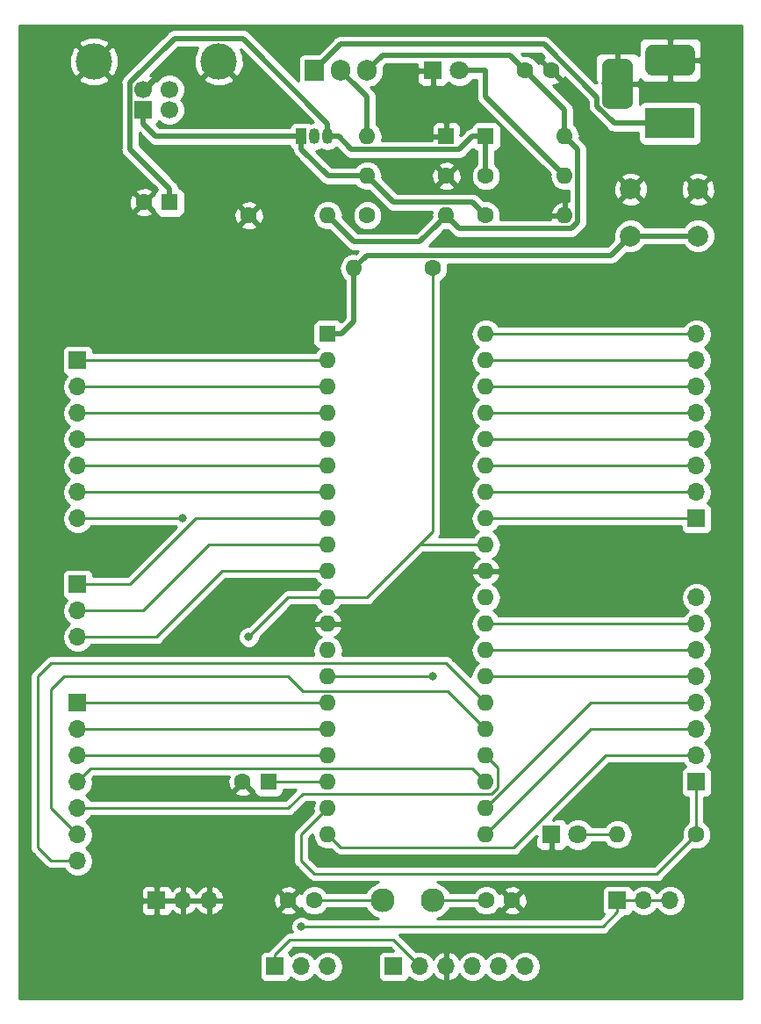
<source format=gbr>
G04 #@! TF.GenerationSoftware,KiCad,Pcbnew,(5.0.0)*
G04 #@! TF.CreationDate,2019-01-26T20:15:58-05:00*
G04 #@! TF.ProjectId,Placa_PIC18F4550,506C6163615F50494331384634353530,rev?*
G04 #@! TF.SameCoordinates,Original*
G04 #@! TF.FileFunction,Copper,L2,Bot,Signal*
G04 #@! TF.FilePolarity,Positive*
%FSLAX46Y46*%
G04 Gerber Fmt 4.6, Leading zero omitted, Abs format (unit mm)*
G04 Created by KiCad (PCBNEW (5.0.0)) date 01/26/19 20:15:58*
%MOMM*%
%LPD*%
G01*
G04 APERTURE LIST*
G04 #@! TA.AperFunction,ComponentPad*
%ADD10C,1.600000*%
G04 #@! TD*
G04 #@! TA.AperFunction,ComponentPad*
%ADD11R,1.800000X1.800000*%
G04 #@! TD*
G04 #@! TA.AperFunction,ComponentPad*
%ADD12C,1.800000*%
G04 #@! TD*
G04 #@! TA.AperFunction,ComponentPad*
%ADD13R,1.600000X1.600000*%
G04 #@! TD*
G04 #@! TA.AperFunction,ComponentPad*
%ADD14O,1.600000X1.600000*%
G04 #@! TD*
G04 #@! TA.AperFunction,ComponentPad*
%ADD15R,1.700000X1.700000*%
G04 #@! TD*
G04 #@! TA.AperFunction,ComponentPad*
%ADD16O,1.700000X1.700000*%
G04 #@! TD*
G04 #@! TA.AperFunction,Conductor*
%ADD17C,0.150000*%
G04 #@! TD*
G04 #@! TA.AperFunction,ComponentPad*
%ADD18C,3.000000*%
G04 #@! TD*
G04 #@! TA.AperFunction,ComponentPad*
%ADD19R,4.800000X3.000000*%
G04 #@! TD*
G04 #@! TA.AperFunction,ComponentPad*
%ADD20C,1.700000*%
G04 #@! TD*
G04 #@! TA.AperFunction,ComponentPad*
%ADD21C,3.500000*%
G04 #@! TD*
G04 #@! TA.AperFunction,ComponentPad*
%ADD22O,1.050000X1.500000*%
G04 #@! TD*
G04 #@! TA.AperFunction,ComponentPad*
%ADD23R,1.050000X1.500000*%
G04 #@! TD*
G04 #@! TA.AperFunction,ComponentPad*
%ADD24C,2.000000*%
G04 #@! TD*
G04 #@! TA.AperFunction,ComponentPad*
%ADD25R,1.905000X2.000000*%
G04 #@! TD*
G04 #@! TA.AperFunction,ComponentPad*
%ADD26O,1.905000X2.000000*%
G04 #@! TD*
G04 #@! TA.AperFunction,ComponentPad*
%ADD27C,2.300000*%
G04 #@! TD*
G04 #@! TA.AperFunction,ViaPad*
%ADD28C,0.800000*%
G04 #@! TD*
G04 #@! TA.AperFunction,Conductor*
%ADD29C,0.254000*%
G04 #@! TD*
G04 #@! TA.AperFunction,Conductor*
%ADD30C,0.508000*%
G04 #@! TD*
G04 APERTURE END LIST*
D10*
G04 #@! TO.P,C2,2*
G04 #@! TO.N,/OS1*
X81240000Y-147320000D03*
G04 #@! TO.P,C2,1*
G04 #@! TO.N,GND*
X78740000Y-147320000D03*
G04 #@! TD*
G04 #@! TO.P,C3,1*
G04 #@! TO.N,GND*
X100330000Y-147320000D03*
G04 #@! TO.P,C3,2*
G04 #@! TO.N,/OS2*
X97830000Y-147320000D03*
G04 #@! TD*
G04 #@! TO.P,C4,1*
G04 #@! TO.N,Net-(C4-Pad1)*
X101600000Y-67310000D03*
G04 #@! TO.P,C4,2*
G04 #@! TO.N,GND*
X104100000Y-67310000D03*
G04 #@! TD*
D11*
G04 #@! TO.P,D1,1*
G04 #@! TO.N,GND*
X104140000Y-140970000D03*
D12*
G04 #@! TO.P,D1,2*
G04 #@! TO.N,Net-(D1-Pad2)*
X106680000Y-140970000D03*
G04 #@! TD*
D13*
G04 #@! TO.P,D2,1*
G04 #@! TO.N,GND*
X93980000Y-73660000D03*
D14*
G04 #@! TO.P,D2,2*
G04 #@! TO.N,Net-(D2-Pad2)*
X86360000Y-73660000D03*
G04 #@! TD*
G04 #@! TO.P,D3,2*
G04 #@! TO.N,Net-(C4-Pad1)*
X105410000Y-73660000D03*
D13*
G04 #@! TO.P,D3,1*
G04 #@! TO.N,/Vc*
X97790000Y-73660000D03*
G04 #@! TD*
D12*
G04 #@! TO.P,D4,2*
G04 #@! TO.N,Net-(D4-Pad2)*
X95250000Y-67310000D03*
D11*
G04 #@! TO.P,D4,1*
G04 #@! TO.N,GND*
X92710000Y-67310000D03*
G04 #@! TD*
D15*
G04 #@! TO.P,J1,1*
G04 #@! TO.N,/RD0*
X118110000Y-135890000D03*
D16*
G04 #@! TO.P,J1,2*
G04 #@! TO.N,/RD1*
X118110000Y-133350000D03*
G04 #@! TO.P,J1,3*
G04 #@! TO.N,/RD2*
X118110000Y-130810000D03*
G04 #@! TO.P,J1,4*
G04 #@! TO.N,/RD3*
X118110000Y-128270000D03*
G04 #@! TO.P,J1,5*
G04 #@! TO.N,/RD4*
X118110000Y-125730000D03*
G04 #@! TO.P,J1,6*
G04 #@! TO.N,/RD5*
X118110000Y-123190000D03*
G04 #@! TO.P,J1,7*
G04 #@! TO.N,/RD6*
X118110000Y-120650000D03*
G04 #@! TO.P,J1,8*
G04 #@! TO.N,/RD7*
X118110000Y-118110000D03*
G04 #@! TD*
G04 #@! TO.P,J2,7*
G04 #@! TO.N,/OS2*
X58420000Y-110490000D03*
G04 #@! TO.P,J2,6*
G04 #@! TO.N,/RA5*
X58420000Y-107950000D03*
G04 #@! TO.P,J2,5*
G04 #@! TO.N,/RA4*
X58420000Y-105410000D03*
G04 #@! TO.P,J2,4*
G04 #@! TO.N,/RA3*
X58420000Y-102870000D03*
G04 #@! TO.P,J2,3*
G04 #@! TO.N,/RA2*
X58420000Y-100330000D03*
G04 #@! TO.P,J2,2*
G04 #@! TO.N,/RA1*
X58420000Y-97790000D03*
D15*
G04 #@! TO.P,J2,1*
G04 #@! TO.N,/RA0*
X58420000Y-95250000D03*
G04 #@! TD*
G04 #@! TO.P,J3,1*
G04 #@! TO.N,/RE0*
X58420000Y-116840000D03*
D16*
G04 #@! TO.P,J3,2*
G04 #@! TO.N,/RE1*
X58420000Y-119380000D03*
G04 #@! TO.P,J3,3*
G04 #@! TO.N,/RE2*
X58420000Y-121920000D03*
G04 #@! TD*
G04 #@! TO.P,J4,8*
G04 #@! TO.N,/RB7*
X118110000Y-92710000D03*
G04 #@! TO.P,J4,7*
G04 #@! TO.N,/RB6*
X118110000Y-95250000D03*
G04 #@! TO.P,J4,6*
G04 #@! TO.N,/RB5*
X118110000Y-97790000D03*
G04 #@! TO.P,J4,5*
G04 #@! TO.N,/RB4*
X118110000Y-100330000D03*
G04 #@! TO.P,J4,4*
G04 #@! TO.N,/RB3*
X118110000Y-102870000D03*
G04 #@! TO.P,J4,3*
G04 #@! TO.N,/RB2*
X118110000Y-105410000D03*
G04 #@! TO.P,J4,2*
G04 #@! TO.N,/RB1*
X118110000Y-107950000D03*
D15*
G04 #@! TO.P,J4,1*
G04 #@! TO.N,/RB0*
X118110000Y-110490000D03*
G04 #@! TD*
G04 #@! TO.P,J5,1*
G04 #@! TO.N,/RC0*
X58420000Y-128270000D03*
D16*
G04 #@! TO.P,J5,2*
G04 #@! TO.N,/RC1*
X58420000Y-130810000D03*
G04 #@! TO.P,J5,3*
G04 #@! TO.N,/RC2*
X58420000Y-133350000D03*
G04 #@! TO.P,J5,4*
G04 #@! TO.N,/RC4*
X58420000Y-135890000D03*
G04 #@! TO.P,J5,5*
G04 #@! TO.N,/RC5*
X58420000Y-138430000D03*
G04 #@! TO.P,J5,6*
G04 #@! TO.N,/RC6*
X58420000Y-140970000D03*
G04 #@! TO.P,J5,7*
G04 #@! TO.N,/RC7*
X58420000Y-143510000D03*
G04 #@! TD*
D15*
G04 #@! TO.P,J6,1*
G04 #@! TO.N,GND*
X66040000Y-147320000D03*
D16*
G04 #@! TO.P,J6,2*
X68580000Y-147320000D03*
G04 #@! TO.P,J6,3*
X71120000Y-147320000D03*
G04 #@! TD*
G04 #@! TO.P,J7,3*
G04 #@! TO.N,VCC*
X115570000Y-147320000D03*
G04 #@! TO.P,J7,2*
X113030000Y-147320000D03*
D15*
G04 #@! TO.P,J7,1*
X110490000Y-147320000D03*
G04 #@! TD*
G04 #@! TO.P,J8,1*
G04 #@! TO.N,/V+*
X77470000Y-153670000D03*
D16*
G04 #@! TO.P,J8,2*
G04 #@! TO.N,VCC*
X80010000Y-153670000D03*
G04 #@! TO.P,J8,3*
G04 #@! TO.N,/Vc*
X82550000Y-153670000D03*
G04 #@! TD*
D17*
G04 #@! TO.N,GND*
G04 #@! TO.C,J9*
G36*
X117293513Y-64793611D02*
X117366318Y-64804411D01*
X117437714Y-64822295D01*
X117507013Y-64847090D01*
X117573548Y-64878559D01*
X117636678Y-64916398D01*
X117695795Y-64960242D01*
X117750330Y-65009670D01*
X117799758Y-65064205D01*
X117843602Y-65123322D01*
X117881441Y-65186452D01*
X117912910Y-65252987D01*
X117937705Y-65322286D01*
X117955589Y-65393682D01*
X117966389Y-65466487D01*
X117970000Y-65540000D01*
X117970000Y-67040000D01*
X117966389Y-67113513D01*
X117955589Y-67186318D01*
X117937705Y-67257714D01*
X117912910Y-67327013D01*
X117881441Y-67393548D01*
X117843602Y-67456678D01*
X117799758Y-67515795D01*
X117750330Y-67570330D01*
X117695795Y-67619758D01*
X117636678Y-67663602D01*
X117573548Y-67701441D01*
X117507013Y-67732910D01*
X117437714Y-67757705D01*
X117366318Y-67775589D01*
X117293513Y-67786389D01*
X117220000Y-67790000D01*
X113920000Y-67790000D01*
X113846487Y-67786389D01*
X113773682Y-67775589D01*
X113702286Y-67757705D01*
X113632987Y-67732910D01*
X113566452Y-67701441D01*
X113503322Y-67663602D01*
X113444205Y-67619758D01*
X113389670Y-67570330D01*
X113340242Y-67515795D01*
X113296398Y-67456678D01*
X113258559Y-67393548D01*
X113227090Y-67327013D01*
X113202295Y-67257714D01*
X113184411Y-67186318D01*
X113173611Y-67113513D01*
X113170000Y-67040000D01*
X113170000Y-65540000D01*
X113173611Y-65466487D01*
X113184411Y-65393682D01*
X113202295Y-65322286D01*
X113227090Y-65252987D01*
X113258559Y-65186452D01*
X113296398Y-65123322D01*
X113340242Y-65064205D01*
X113389670Y-65009670D01*
X113444205Y-64960242D01*
X113503322Y-64916398D01*
X113566452Y-64878559D01*
X113632987Y-64847090D01*
X113702286Y-64822295D01*
X113773682Y-64804411D01*
X113846487Y-64793611D01*
X113920000Y-64790000D01*
X117220000Y-64790000D01*
X117293513Y-64793611D01*
X117293513Y-64793611D01*
G37*
D18*
G04 #@! TD*
G04 #@! TO.P,J9,2*
G04 #@! TO.N,GND*
X115570000Y-66290000D03*
D19*
G04 #@! TO.P,J9,1*
G04 #@! TO.N,Net-(J9-Pad1)*
X115570000Y-72390000D03*
D17*
G04 #@! TD*
G04 #@! TO.N,GND*
G04 #@! TO.C,J9*
G36*
X111313513Y-66183611D02*
X111386318Y-66194411D01*
X111457714Y-66212295D01*
X111527013Y-66237090D01*
X111593548Y-66268559D01*
X111656678Y-66306398D01*
X111715795Y-66350242D01*
X111770330Y-66399670D01*
X111819758Y-66454205D01*
X111863602Y-66513322D01*
X111901441Y-66576452D01*
X111932910Y-66642987D01*
X111957705Y-66712286D01*
X111975589Y-66783682D01*
X111986389Y-66856487D01*
X111990000Y-66930000D01*
X111990000Y-70230000D01*
X111986389Y-70303513D01*
X111975589Y-70376318D01*
X111957705Y-70447714D01*
X111932910Y-70517013D01*
X111901441Y-70583548D01*
X111863602Y-70646678D01*
X111819758Y-70705795D01*
X111770330Y-70760330D01*
X111715795Y-70809758D01*
X111656678Y-70853602D01*
X111593548Y-70891441D01*
X111527013Y-70922910D01*
X111457714Y-70947705D01*
X111386318Y-70965589D01*
X111313513Y-70976389D01*
X111240000Y-70980000D01*
X109740000Y-70980000D01*
X109666487Y-70976389D01*
X109593682Y-70965589D01*
X109522286Y-70947705D01*
X109452987Y-70922910D01*
X109386452Y-70891441D01*
X109323322Y-70853602D01*
X109264205Y-70809758D01*
X109209670Y-70760330D01*
X109160242Y-70705795D01*
X109116398Y-70646678D01*
X109078559Y-70583548D01*
X109047090Y-70517013D01*
X109022295Y-70447714D01*
X109004411Y-70376318D01*
X108993611Y-70303513D01*
X108990000Y-70230000D01*
X108990000Y-66930000D01*
X108993611Y-66856487D01*
X109004411Y-66783682D01*
X109022295Y-66712286D01*
X109047090Y-66642987D01*
X109078559Y-66576452D01*
X109116398Y-66513322D01*
X109160242Y-66454205D01*
X109209670Y-66399670D01*
X109264205Y-66350242D01*
X109323322Y-66306398D01*
X109386452Y-66268559D01*
X109452987Y-66237090D01*
X109522286Y-66212295D01*
X109593682Y-66194411D01*
X109666487Y-66183611D01*
X109740000Y-66180000D01*
X111240000Y-66180000D01*
X111313513Y-66183611D01*
X111313513Y-66183611D01*
G37*
D18*
G04 #@! TO.P,J9,3*
G04 #@! TO.N,GND*
X110490000Y-68580000D03*
G04 #@! TD*
D15*
G04 #@! TO.P,J10,1*
G04 #@! TO.N,/VUSB*
X64770000Y-71120000D03*
D20*
G04 #@! TO.P,J10,2*
G04 #@! TO.N,/RC4*
X67270000Y-71120000D03*
G04 #@! TO.P,J10,3*
G04 #@! TO.N,/RC5*
X67270000Y-69120000D03*
G04 #@! TO.P,J10,4*
G04 #@! TO.N,GND*
X64770000Y-69120000D03*
D21*
G04 #@! TO.P,J10,5*
X60000000Y-66410000D03*
X72040000Y-66410000D03*
G04 #@! TD*
D22*
G04 #@! TO.P,Q1,2*
G04 #@! TO.N,Net-(Q1-Pad2)*
X81280000Y-73660000D03*
G04 #@! TO.P,Q1,3*
G04 #@! TO.N,/Vc*
X82550000Y-73660000D03*
D23*
G04 #@! TO.P,Q1,1*
G04 #@! TO.N,/VUSB*
X80010000Y-73660000D03*
G04 #@! TD*
D14*
G04 #@! TO.P,R1,2*
G04 #@! TO.N,/MCLR*
X85090000Y-86360000D03*
D10*
G04 #@! TO.P,R1,1*
G04 #@! TO.N,VCC*
X92710000Y-86360000D03*
G04 #@! TD*
G04 #@! TO.P,R2,1*
G04 #@! TO.N,/RD0*
X118110000Y-140970000D03*
D14*
G04 #@! TO.P,R2,2*
G04 #@! TO.N,Net-(D1-Pad2)*
X110490000Y-140970000D03*
G04 #@! TD*
G04 #@! TO.P,R3,2*
G04 #@! TO.N,GND*
X105410000Y-81280000D03*
D10*
G04 #@! TO.P,R3,1*
G04 #@! TO.N,/VUSB*
X97790000Y-81280000D03*
G04 #@! TD*
G04 #@! TO.P,R4,1*
G04 #@! TO.N,GND*
X74930000Y-81280000D03*
D14*
G04 #@! TO.P,R4,2*
G04 #@! TO.N,Net-(C4-Pad1)*
X82550000Y-81280000D03*
G04 #@! TD*
D10*
G04 #@! TO.P,R5,1*
G04 #@! TO.N,Net-(Q1-Pad2)*
X86360000Y-81280000D03*
D14*
G04 #@! TO.P,R5,2*
G04 #@! TO.N,Net-(C4-Pad1)*
X93980000Y-81280000D03*
G04 #@! TD*
G04 #@! TO.P,R6,2*
G04 #@! TO.N,/VUSB*
X86360000Y-77470000D03*
D10*
G04 #@! TO.P,R6,1*
G04 #@! TO.N,GND*
X93980000Y-77470000D03*
G04 #@! TD*
G04 #@! TO.P,R7,1*
G04 #@! TO.N,/Vc*
X97790000Y-77470000D03*
D14*
G04 #@! TO.P,R7,2*
G04 #@! TO.N,Net-(D4-Pad2)*
X105410000Y-77470000D03*
G04 #@! TD*
D24*
G04 #@! TO.P,SW1,2*
G04 #@! TO.N,/MCLR*
X111760000Y-83240000D03*
G04 #@! TO.P,SW1,1*
G04 #@! TO.N,GND*
X111760000Y-78740000D03*
G04 #@! TO.P,SW1,2*
G04 #@! TO.N,/MCLR*
X118260000Y-83240000D03*
G04 #@! TO.P,SW1,1*
G04 #@! TO.N,GND*
X118260000Y-78740000D03*
G04 #@! TD*
D13*
G04 #@! TO.P,U1,1*
G04 #@! TO.N,/MCLR*
X82550000Y-92710000D03*
D14*
G04 #@! TO.P,U1,21*
G04 #@! TO.N,/RD2*
X97790000Y-140970000D03*
G04 #@! TO.P,U1,2*
G04 #@! TO.N,/RA0*
X82550000Y-95250000D03*
G04 #@! TO.P,U1,22*
G04 #@! TO.N,/RD3*
X97790000Y-138430000D03*
G04 #@! TO.P,U1,3*
G04 #@! TO.N,/RA1*
X82550000Y-97790000D03*
G04 #@! TO.P,U1,23*
G04 #@! TO.N,/RC4*
X97790000Y-135890000D03*
G04 #@! TO.P,U1,4*
G04 #@! TO.N,/RA2*
X82550000Y-100330000D03*
G04 #@! TO.P,U1,24*
G04 #@! TO.N,/RC5*
X97790000Y-133350000D03*
G04 #@! TO.P,U1,5*
G04 #@! TO.N,/RA3*
X82550000Y-102870000D03*
G04 #@! TO.P,U1,25*
G04 #@! TO.N,/RC6*
X97790000Y-130810000D03*
G04 #@! TO.P,U1,6*
G04 #@! TO.N,/RA4*
X82550000Y-105410000D03*
G04 #@! TO.P,U1,26*
G04 #@! TO.N,/RC7*
X97790000Y-128270000D03*
G04 #@! TO.P,U1,7*
G04 #@! TO.N,/RA5*
X82550000Y-107950000D03*
G04 #@! TO.P,U1,27*
G04 #@! TO.N,/RD4*
X97790000Y-125730000D03*
G04 #@! TO.P,U1,8*
G04 #@! TO.N,/RE0*
X82550000Y-110490000D03*
G04 #@! TO.P,U1,28*
G04 #@! TO.N,/RD5*
X97790000Y-123190000D03*
G04 #@! TO.P,U1,9*
G04 #@! TO.N,/RE1*
X82550000Y-113030000D03*
G04 #@! TO.P,U1,29*
G04 #@! TO.N,/RD6*
X97790000Y-120650000D03*
G04 #@! TO.P,U1,10*
G04 #@! TO.N,/RE2*
X82550000Y-115570000D03*
G04 #@! TO.P,U1,30*
G04 #@! TO.N,/RD7*
X97790000Y-118110000D03*
G04 #@! TO.P,U1,11*
G04 #@! TO.N,VCC*
X82550000Y-118110000D03*
G04 #@! TO.P,U1,31*
G04 #@! TO.N,GND*
X97790000Y-115570000D03*
G04 #@! TO.P,U1,12*
X82550000Y-120650000D03*
G04 #@! TO.P,U1,32*
G04 #@! TO.N,VCC*
X97790000Y-113030000D03*
G04 #@! TO.P,U1,13*
G04 #@! TO.N,/OS1*
X82550000Y-123190000D03*
G04 #@! TO.P,U1,33*
G04 #@! TO.N,/RB0*
X97790000Y-110490000D03*
G04 #@! TO.P,U1,14*
G04 #@! TO.N,/OS2*
X82550000Y-125730000D03*
G04 #@! TO.P,U1,34*
G04 #@! TO.N,/RB1*
X97790000Y-107950000D03*
G04 #@! TO.P,U1,15*
G04 #@! TO.N,/RC0*
X82550000Y-128270000D03*
G04 #@! TO.P,U1,35*
G04 #@! TO.N,/RB2*
X97790000Y-105410000D03*
G04 #@! TO.P,U1,16*
G04 #@! TO.N,/RC1*
X82550000Y-130810000D03*
G04 #@! TO.P,U1,36*
G04 #@! TO.N,/RB3*
X97790000Y-102870000D03*
G04 #@! TO.P,U1,17*
G04 #@! TO.N,/RC2*
X82550000Y-133350000D03*
G04 #@! TO.P,U1,37*
G04 #@! TO.N,/RB4*
X97790000Y-100330000D03*
G04 #@! TO.P,U1,18*
G04 #@! TO.N,Net-(C1-Pad1)*
X82550000Y-135890000D03*
G04 #@! TO.P,U1,38*
G04 #@! TO.N,/RB5*
X97790000Y-97790000D03*
G04 #@! TO.P,U1,19*
G04 #@! TO.N,/RD0*
X82550000Y-138430000D03*
G04 #@! TO.P,U1,39*
G04 #@! TO.N,/RB6*
X97790000Y-95250000D03*
G04 #@! TO.P,U1,20*
G04 #@! TO.N,/RD1*
X82550000Y-140970000D03*
G04 #@! TO.P,U1,40*
G04 #@! TO.N,/RB7*
X97790000Y-92710000D03*
G04 #@! TD*
D25*
G04 #@! TO.P,U2,1*
G04 #@! TO.N,Net-(J9-Pad1)*
X81280000Y-67310000D03*
D26*
G04 #@! TO.P,U2,2*
G04 #@! TO.N,Net-(D2-Pad2)*
X83820000Y-67310000D03*
G04 #@! TO.P,U2,3*
G04 #@! TO.N,Net-(C4-Pad1)*
X86360000Y-67310000D03*
G04 #@! TD*
D27*
G04 #@! TO.P,Y1,1*
G04 #@! TO.N,/OS1*
X87810000Y-147320000D03*
G04 #@! TO.P,Y1,2*
G04 #@! TO.N,/OS2*
X92710000Y-147320000D03*
G04 #@! TD*
D13*
G04 #@! TO.P,C5,1*
G04 #@! TO.N,/Vc*
X67310000Y-80010000D03*
D10*
G04 #@! TO.P,C5,2*
G04 #@! TO.N,GND*
X64810000Y-80010000D03*
G04 #@! TD*
D15*
G04 #@! TO.P,J11,1*
G04 #@! TO.N,/MCLR*
X88900000Y-153670000D03*
D16*
G04 #@! TO.P,J11,2*
G04 #@! TO.N,/V+*
X91440000Y-153670000D03*
G04 #@! TO.P,J11,3*
G04 #@! TO.N,GND*
X93980000Y-153670000D03*
G04 #@! TO.P,J11,4*
G04 #@! TO.N,/RB7*
X96520000Y-153670000D03*
G04 #@! TO.P,J11,5*
G04 #@! TO.N,/RB6*
X99060000Y-153670000D03*
G04 #@! TO.P,J11,6*
G04 #@! TO.N,/RB5*
X101600000Y-153670000D03*
G04 #@! TD*
D13*
G04 #@! TO.P,C1,1*
G04 #@! TO.N,Net-(C1-Pad1)*
X76835000Y-135890000D03*
D10*
G04 #@! TO.P,C1,2*
G04 #@! TO.N,GND*
X74335000Y-135890000D03*
G04 #@! TD*
D28*
G04 #@! TO.N,/OS2*
X92710000Y-125730000D03*
X68580000Y-110490000D03*
G04 #@! TO.N,VCC*
X80010000Y-149860000D03*
X74930000Y-121920000D03*
G04 #@! TD*
D29*
G04 #@! TO.N,/OS1*
X87810000Y-147320000D02*
X81240000Y-147320000D01*
G04 #@! TO.N,/OS2*
X97830000Y-147320000D02*
X92710000Y-147320000D01*
X82550000Y-125730000D02*
X92710000Y-125730000D01*
X68580000Y-110490000D02*
X58420000Y-110490000D01*
D30*
G04 #@! TO.N,Net-(C4-Pad1)*
X105410000Y-71120000D02*
X101600000Y-67310000D01*
X105410000Y-73660000D02*
X105410000Y-71120000D01*
X93180001Y-82079999D02*
X93980000Y-81280000D01*
X91440000Y-83820000D02*
X93180001Y-82079999D01*
X85090000Y-83820000D02*
X91440000Y-83820000D01*
X82550000Y-81280000D02*
X85090000Y-83820000D01*
X106209999Y-74459999D02*
X105410000Y-73660000D01*
X106664001Y-74914001D02*
X106209999Y-74459999D01*
X106664001Y-81881921D02*
X106664001Y-74914001D01*
X106011921Y-82534001D02*
X106664001Y-81881921D01*
X95234001Y-82534001D02*
X106011921Y-82534001D01*
X93980000Y-81280000D02*
X95234001Y-82534001D01*
X100800001Y-66510001D02*
X101600000Y-67310000D01*
X100092000Y-65802000D02*
X100800001Y-66510001D01*
X87820500Y-65802000D02*
X100092000Y-65802000D01*
X86360000Y-67262500D02*
X87820500Y-65802000D01*
X86360000Y-67310000D02*
X86360000Y-67262500D01*
G04 #@! TO.N,/Vc*
X97790000Y-77470000D02*
X97790000Y-73660000D01*
X96482000Y-73660000D02*
X97790000Y-73660000D01*
X95227999Y-74914001D02*
X96482000Y-73660000D01*
X84837001Y-74914001D02*
X95227999Y-74914001D01*
X83583000Y-73660000D02*
X84837001Y-74914001D01*
X82550000Y-73660000D02*
X83583000Y-73660000D01*
X82550000Y-72402000D02*
X82550000Y-73660000D01*
X74353999Y-64205999D02*
X82550000Y-72402000D01*
X67754079Y-64205999D02*
X74353999Y-64205999D01*
X63465999Y-68494079D02*
X67754079Y-64205999D01*
X63465999Y-74857999D02*
X63465999Y-68494079D01*
X67310000Y-78702000D02*
X63465999Y-74857999D01*
X67310000Y-80010000D02*
X67310000Y-78702000D01*
D29*
G04 #@! TO.N,Net-(D1-Pad2)*
X110490000Y-140970000D02*
X106680000Y-140970000D01*
D30*
G04 #@! TO.N,Net-(D2-Pad2)*
X83820000Y-67357500D02*
X83820000Y-67310000D01*
X85280500Y-68818000D02*
X83820000Y-67357500D01*
X85328000Y-68818000D02*
X85280500Y-68818000D01*
X86360000Y-69850000D02*
X85328000Y-68818000D01*
X86360000Y-73660000D02*
X86360000Y-69850000D01*
G04 #@! TO.N,Net-(D4-Pad2)*
X95250000Y-67310000D02*
X97790000Y-67310000D01*
X97790000Y-69850000D02*
X105410000Y-77470000D01*
X97790000Y-67310000D02*
X97790000Y-69850000D01*
D29*
G04 #@! TO.N,/RD0*
X118110000Y-140970000D02*
X118110000Y-135890000D01*
X82550000Y-138430000D02*
X80010000Y-140970000D01*
X80010000Y-140970000D02*
X80010000Y-143510000D01*
X80010000Y-143510000D02*
X81280000Y-144780000D01*
X81280000Y-144780000D02*
X114300000Y-144780000D01*
X114300000Y-144780000D02*
X118110000Y-140970000D01*
G04 #@! TO.N,/RD1*
X116907919Y-133350000D02*
X118110000Y-133350000D01*
X109371398Y-133350000D02*
X116907919Y-133350000D01*
X100481398Y-142240000D02*
X109371398Y-133350000D01*
X83820000Y-142240000D02*
X100481398Y-142240000D01*
X82550000Y-140970000D02*
X83820000Y-142240000D01*
G04 #@! TO.N,/RD2*
X107950000Y-130810000D02*
X118110000Y-130810000D01*
X97790000Y-140970000D02*
X107950000Y-130810000D01*
G04 #@! TO.N,/RD3*
X107950000Y-128270000D02*
X97790000Y-138430000D01*
X118110000Y-128270000D02*
X107950000Y-128270000D01*
G04 #@! TO.N,/RD4*
X97790000Y-125730000D02*
X118110000Y-125730000D01*
G04 #@! TO.N,/RD5*
X97790000Y-123190000D02*
X118110000Y-123190000D01*
X97790000Y-123190000D02*
X118110000Y-123190000D01*
G04 #@! TO.N,/RD6*
X97790000Y-120650000D02*
X118110000Y-120650000D01*
G04 #@! TO.N,/RA5*
X82550000Y-107950000D02*
X58420000Y-107950000D01*
G04 #@! TO.N,/RA4*
X82550000Y-105410000D02*
X58420000Y-105410000D01*
G04 #@! TO.N,/RA3*
X82550000Y-102870000D02*
X58420000Y-102870000D01*
G04 #@! TO.N,/RA2*
X82550000Y-100330000D02*
X58420000Y-100330000D01*
G04 #@! TO.N,/RA1*
X82550000Y-97790000D02*
X58420000Y-97790000D01*
G04 #@! TO.N,/RA0*
X82550000Y-95250000D02*
X58420000Y-95250000D01*
G04 #@! TO.N,/RE0*
X58420000Y-116840000D02*
X63500000Y-116840000D01*
X63500000Y-116840000D02*
X69850000Y-110490000D01*
X69850000Y-110490000D02*
X82550000Y-110490000D01*
G04 #@! TO.N,/RE1*
X58420000Y-119380000D02*
X64770000Y-119380000D01*
X64770000Y-119380000D02*
X71120000Y-113030000D01*
X71120000Y-113030000D02*
X82550000Y-113030000D01*
G04 #@! TO.N,/RE2*
X58420000Y-121920000D02*
X66040000Y-121920000D01*
X66040000Y-121920000D02*
X72390000Y-115570000D01*
X72390000Y-115570000D02*
X82550000Y-115570000D01*
G04 #@! TO.N,/RB7*
X97790000Y-92710000D02*
X118110000Y-92710000D01*
G04 #@! TO.N,/RB6*
X97790000Y-95250000D02*
X118110000Y-95250000D01*
G04 #@! TO.N,/RB5*
X97790000Y-97790000D02*
X118110000Y-97790000D01*
G04 #@! TO.N,/RB4*
X97790000Y-100330000D02*
X118110000Y-100330000D01*
G04 #@! TO.N,/RB3*
X97790000Y-102870000D02*
X118110000Y-102870000D01*
G04 #@! TO.N,/RB2*
X97790000Y-105410000D02*
X118110000Y-105410000D01*
G04 #@! TO.N,/RB1*
X97790000Y-107950000D02*
X118110000Y-107950000D01*
G04 #@! TO.N,/RB0*
X97790000Y-110490000D02*
X118110000Y-110490000D01*
G04 #@! TO.N,/RC0*
X58420000Y-128270000D02*
X82550000Y-128270000D01*
G04 #@! TO.N,/RC1*
X58420000Y-130810000D02*
X82550000Y-130810000D01*
G04 #@! TO.N,/RC2*
X58420000Y-133350000D02*
X82550000Y-133350000D01*
G04 #@! TO.N,/RC4*
X96990001Y-135090001D02*
X97790000Y-135890000D01*
X96520000Y-134620000D02*
X96990001Y-135090001D01*
X59690000Y-134620000D02*
X96520000Y-134620000D01*
X58420000Y-135890000D02*
X59690000Y-134620000D01*
G04 #@! TO.N,/RC5*
X58420000Y-138430000D02*
X78740000Y-138430000D01*
X98589999Y-134149999D02*
X97790000Y-133350000D01*
X98917001Y-134477001D02*
X98589999Y-134149999D01*
X98917001Y-136430961D02*
X98917001Y-134477001D01*
X98330961Y-137017001D02*
X98917001Y-136430961D01*
X80152999Y-137017001D02*
X98330961Y-137017001D01*
X78740000Y-138430000D02*
X80152999Y-137017001D01*
G04 #@! TO.N,/RC6*
X58420000Y-140970000D02*
X55880000Y-138430000D01*
X55880000Y-138430000D02*
X55880000Y-127000000D01*
X55880000Y-127000000D02*
X57150000Y-125730000D01*
X57150000Y-125730000D02*
X78740000Y-125730000D01*
X96990001Y-130010001D02*
X97790000Y-130810000D01*
X94122999Y-127142999D02*
X96990001Y-130010001D01*
X80152999Y-127142999D02*
X94122999Y-127142999D01*
X78740000Y-125730000D02*
X80152999Y-127142999D01*
G04 #@! TO.N,/RC7*
X58420000Y-143510000D02*
X55880000Y-143510000D01*
X55880000Y-143510000D02*
X54610000Y-142240000D01*
X54610000Y-142240000D02*
X54610000Y-125730000D01*
X54610000Y-125730000D02*
X55880000Y-124460000D01*
X93980000Y-124460000D02*
X97790000Y-128270000D01*
X55880000Y-124460000D02*
X93980000Y-124460000D01*
G04 #@! TO.N,VCC*
X115570000Y-147320000D02*
X113030000Y-147320000D01*
X110490000Y-147320000D02*
X113030000Y-147320000D01*
X82550000Y-118110000D02*
X86360000Y-118110000D01*
X91440000Y-113030000D02*
X97790000Y-113030000D01*
X86360000Y-118110000D02*
X91440000Y-113030000D01*
X92710000Y-86360000D02*
X92710000Y-111760000D01*
X92710000Y-111760000D02*
X91440000Y-113030000D01*
X110490000Y-148424000D02*
X110490000Y-147320000D01*
X109054000Y-149860000D02*
X110490000Y-148424000D01*
X80010000Y-149860000D02*
X109054000Y-149860000D01*
X74930000Y-121920000D02*
X78740000Y-118110000D01*
X78740000Y-118110000D02*
X82550000Y-118110000D01*
G04 #@! TO.N,/V+*
X91440000Y-153670000D02*
X90170000Y-152400000D01*
X77470000Y-152566000D02*
X78906000Y-151130000D01*
X77470000Y-153670000D02*
X77470000Y-152566000D01*
X88900000Y-151130000D02*
X91440000Y-153670000D01*
X78906000Y-151130000D02*
X88900000Y-151130000D01*
D30*
G04 #@! TO.N,Net-(J9-Pad1)*
X81280000Y-67262500D02*
X83772500Y-64770000D01*
X81280000Y-67310000D02*
X81280000Y-67262500D01*
X112662000Y-72390000D02*
X115570000Y-72390000D01*
X110197272Y-72390000D02*
X112662000Y-72390000D01*
X108535990Y-70728718D02*
X110197272Y-72390000D01*
X108535990Y-69890068D02*
X108535990Y-70728718D01*
X103415922Y-64770000D02*
X108535990Y-69890068D01*
X83772500Y-64770000D02*
X103415922Y-64770000D01*
G04 #@! TO.N,/VUSB*
X87159999Y-78269999D02*
X86360000Y-77470000D01*
X88900000Y-80010000D02*
X87159999Y-78269999D01*
X96520000Y-80010000D02*
X88900000Y-80010000D01*
X97790000Y-81280000D02*
X96520000Y-80010000D01*
X82562000Y-77470000D02*
X86360000Y-77470000D01*
X80010000Y-74918000D02*
X82562000Y-77470000D01*
X80010000Y-73660000D02*
X80010000Y-74918000D01*
X64770000Y-72478000D02*
X64770000Y-71120000D01*
X65952000Y-73660000D02*
X64770000Y-72478000D01*
X80010000Y-73660000D02*
X65952000Y-73660000D01*
G04 #@! TO.N,/MCLR*
X83858000Y-92710000D02*
X82550000Y-92710000D01*
X85090000Y-91478000D02*
X83858000Y-92710000D01*
X85090000Y-86360000D02*
X85090000Y-91478000D01*
X116845787Y-83240000D02*
X111760000Y-83240000D01*
X118260000Y-83240000D02*
X116845787Y-83240000D01*
X110760001Y-84239999D02*
X111760000Y-83240000D01*
X109894001Y-85105999D02*
X110760001Y-84239999D01*
X86344001Y-85105999D02*
X109894001Y-85105999D01*
X85090000Y-86360000D02*
X86344001Y-85105999D01*
D29*
G04 #@! TO.N,Net-(C1-Pad1)*
X82550000Y-135890000D02*
X76835000Y-135890000D01*
G04 #@! TD*
G04 #@! TO.N,GND*
G36*
X122455001Y-156137608D02*
X122455000Y-156137613D01*
X122455000Y-156745000D01*
X52805000Y-156745000D01*
X52805000Y-147605750D01*
X64555000Y-147605750D01*
X64555000Y-148296309D01*
X64651673Y-148529698D01*
X64830301Y-148708327D01*
X65063690Y-148805000D01*
X65754250Y-148805000D01*
X65913000Y-148646250D01*
X65913000Y-147447000D01*
X66167000Y-147447000D01*
X66167000Y-148646250D01*
X66325750Y-148805000D01*
X67016310Y-148805000D01*
X67249699Y-148708327D01*
X67428327Y-148529698D01*
X67515136Y-148320122D01*
X67813076Y-148591645D01*
X68223110Y-148761476D01*
X68453000Y-148640155D01*
X68453000Y-147447000D01*
X68707000Y-147447000D01*
X68707000Y-148640155D01*
X68936890Y-148761476D01*
X69346924Y-148591645D01*
X69775183Y-148201358D01*
X69850000Y-148042046D01*
X69924817Y-148201358D01*
X70353076Y-148591645D01*
X70763110Y-148761476D01*
X70993000Y-148640155D01*
X70993000Y-147447000D01*
X71247000Y-147447000D01*
X71247000Y-148640155D01*
X71476890Y-148761476D01*
X71886924Y-148591645D01*
X72176499Y-148327745D01*
X77911861Y-148327745D01*
X77985995Y-148573864D01*
X78523223Y-148766965D01*
X79093454Y-148739778D01*
X79494005Y-148573864D01*
X79568139Y-148327745D01*
X78740000Y-147499605D01*
X77911861Y-148327745D01*
X72176499Y-148327745D01*
X72315183Y-148201358D01*
X72561486Y-147676892D01*
X72440819Y-147447000D01*
X71247000Y-147447000D01*
X70993000Y-147447000D01*
X68707000Y-147447000D01*
X68453000Y-147447000D01*
X66167000Y-147447000D01*
X65913000Y-147447000D01*
X64713750Y-147447000D01*
X64555000Y-147605750D01*
X52805000Y-147605750D01*
X52805000Y-146343691D01*
X64555000Y-146343691D01*
X64555000Y-147034250D01*
X64713750Y-147193000D01*
X65913000Y-147193000D01*
X65913000Y-145993750D01*
X66167000Y-145993750D01*
X66167000Y-147193000D01*
X68453000Y-147193000D01*
X68453000Y-145999845D01*
X68707000Y-145999845D01*
X68707000Y-147193000D01*
X70993000Y-147193000D01*
X70993000Y-145999845D01*
X71247000Y-145999845D01*
X71247000Y-147193000D01*
X72440819Y-147193000D01*
X72487941Y-147103223D01*
X77293035Y-147103223D01*
X77320222Y-147673454D01*
X77486136Y-148074005D01*
X77732255Y-148148139D01*
X78560395Y-147320000D01*
X77732255Y-146491861D01*
X77486136Y-146565995D01*
X77293035Y-147103223D01*
X72487941Y-147103223D01*
X72561486Y-146963108D01*
X72315183Y-146438642D01*
X72176500Y-146312255D01*
X77911861Y-146312255D01*
X78740000Y-147140395D01*
X79568139Y-146312255D01*
X79494005Y-146066136D01*
X78956777Y-145873035D01*
X78386546Y-145900222D01*
X77985995Y-146066136D01*
X77911861Y-146312255D01*
X72176500Y-146312255D01*
X71886924Y-146048355D01*
X71476890Y-145878524D01*
X71247000Y-145999845D01*
X70993000Y-145999845D01*
X70763110Y-145878524D01*
X70353076Y-146048355D01*
X69924817Y-146438642D01*
X69850000Y-146597954D01*
X69775183Y-146438642D01*
X69346924Y-146048355D01*
X68936890Y-145878524D01*
X68707000Y-145999845D01*
X68453000Y-145999845D01*
X68223110Y-145878524D01*
X67813076Y-146048355D01*
X67515136Y-146319878D01*
X67428327Y-146110302D01*
X67249699Y-145931673D01*
X67016310Y-145835000D01*
X66325750Y-145835000D01*
X66167000Y-145993750D01*
X65913000Y-145993750D01*
X65754250Y-145835000D01*
X65063690Y-145835000D01*
X64830301Y-145931673D01*
X64651673Y-146110302D01*
X64555000Y-146343691D01*
X52805000Y-146343691D01*
X52805000Y-125730000D01*
X53833073Y-125730000D01*
X53848001Y-125805048D01*
X53848000Y-142164957D01*
X53833073Y-142240000D01*
X53848000Y-142315043D01*
X53848000Y-142315047D01*
X53892212Y-142537316D01*
X54060629Y-142789371D01*
X54124253Y-142831883D01*
X55288117Y-143995748D01*
X55330629Y-144059371D01*
X55394251Y-144101882D01*
X55582681Y-144227787D01*
X55582682Y-144227787D01*
X55582683Y-144227788D01*
X55804952Y-144272000D01*
X55804956Y-144272000D01*
X55879999Y-144286927D01*
X55955042Y-144272000D01*
X57143158Y-144272000D01*
X57349375Y-144580625D01*
X57840582Y-144908839D01*
X58273744Y-144995000D01*
X58566256Y-144995000D01*
X58999418Y-144908839D01*
X59490625Y-144580625D01*
X59818839Y-144089418D01*
X59934092Y-143510000D01*
X59818839Y-142930582D01*
X59490625Y-142439375D01*
X59192239Y-142240000D01*
X59490625Y-142040625D01*
X59818839Y-141549418D01*
X59934092Y-140970000D01*
X59818839Y-140390582D01*
X59490625Y-139899375D01*
X59192239Y-139700000D01*
X59490625Y-139500625D01*
X59696842Y-139192000D01*
X78664957Y-139192000D01*
X78740000Y-139206927D01*
X78815043Y-139192000D01*
X78815048Y-139192000D01*
X79037317Y-139147788D01*
X79289371Y-138979371D01*
X79331883Y-138915747D01*
X80468630Y-137779001D01*
X81259124Y-137779001D01*
X81198260Y-137870091D01*
X81086887Y-138430000D01*
X81150843Y-138751527D01*
X79524254Y-140378116D01*
X79460629Y-140420629D01*
X79292212Y-140672684D01*
X79248000Y-140894953D01*
X79248000Y-140894957D01*
X79233073Y-140970000D01*
X79248000Y-141045043D01*
X79248001Y-143434952D01*
X79233073Y-143510000D01*
X79248001Y-143585048D01*
X79292213Y-143807317D01*
X79460630Y-144059371D01*
X79524251Y-144101881D01*
X80688118Y-145265749D01*
X80730629Y-145329371D01*
X80794251Y-145371882D01*
X80982681Y-145497787D01*
X80982682Y-145497787D01*
X80982683Y-145497788D01*
X81204952Y-145542000D01*
X81204956Y-145542000D01*
X81279999Y-145556927D01*
X81355042Y-145542000D01*
X87438042Y-145542000D01*
X86798879Y-145806750D01*
X86296750Y-146308879D01*
X86193561Y-146558000D01*
X82477602Y-146558000D01*
X82456534Y-146507138D01*
X82052862Y-146103466D01*
X81525439Y-145885000D01*
X80954561Y-145885000D01*
X80427138Y-146103466D01*
X80023466Y-146507138D01*
X79996475Y-146572299D01*
X79993864Y-146565995D01*
X79747745Y-146491861D01*
X78919605Y-147320000D01*
X79747745Y-148148139D01*
X79993864Y-148074005D01*
X79996290Y-148067254D01*
X80023466Y-148132862D01*
X80427138Y-148536534D01*
X80954561Y-148755000D01*
X81525439Y-148755000D01*
X82052862Y-148536534D01*
X82456534Y-148132862D01*
X82477602Y-148082000D01*
X86193561Y-148082000D01*
X86296750Y-148331121D01*
X86798879Y-148833250D01*
X87438042Y-149098000D01*
X80711711Y-149098000D01*
X80596280Y-148982569D01*
X80215874Y-148825000D01*
X79804126Y-148825000D01*
X79423720Y-148982569D01*
X79132569Y-149273720D01*
X78975000Y-149654126D01*
X78975000Y-150065874D01*
X79100144Y-150368000D01*
X78981047Y-150368000D01*
X78906000Y-150353072D01*
X78830953Y-150368000D01*
X78830952Y-150368000D01*
X78608683Y-150412212D01*
X78356629Y-150580629D01*
X78314118Y-150644251D01*
X76984251Y-151974119D01*
X76920630Y-152016629D01*
X76878119Y-152080251D01*
X76878118Y-152080252D01*
X76816440Y-152172560D01*
X76620000Y-152172560D01*
X76372235Y-152221843D01*
X76162191Y-152362191D01*
X76021843Y-152572235D01*
X75972560Y-152820000D01*
X75972560Y-154520000D01*
X76021843Y-154767765D01*
X76162191Y-154977809D01*
X76372235Y-155118157D01*
X76620000Y-155167440D01*
X78320000Y-155167440D01*
X78567765Y-155118157D01*
X78777809Y-154977809D01*
X78918157Y-154767765D01*
X78927184Y-154722381D01*
X78939375Y-154740625D01*
X79430582Y-155068839D01*
X79863744Y-155155000D01*
X80156256Y-155155000D01*
X80589418Y-155068839D01*
X81080625Y-154740625D01*
X81280000Y-154442239D01*
X81479375Y-154740625D01*
X81970582Y-155068839D01*
X82403744Y-155155000D01*
X82696256Y-155155000D01*
X83129418Y-155068839D01*
X83620625Y-154740625D01*
X83948839Y-154249418D01*
X84064092Y-153670000D01*
X83948839Y-153090582D01*
X83620625Y-152599375D01*
X83129418Y-152271161D01*
X82696256Y-152185000D01*
X82403744Y-152185000D01*
X81970582Y-152271161D01*
X81479375Y-152599375D01*
X81280000Y-152897761D01*
X81080625Y-152599375D01*
X80589418Y-152271161D01*
X80156256Y-152185000D01*
X79863744Y-152185000D01*
X79430582Y-152271161D01*
X78939375Y-152599375D01*
X78927184Y-152617619D01*
X78918157Y-152572235D01*
X78777809Y-152362191D01*
X78762002Y-152351629D01*
X79221631Y-151892000D01*
X88584370Y-151892000D01*
X88864930Y-152172560D01*
X88050000Y-152172560D01*
X87802235Y-152221843D01*
X87592191Y-152362191D01*
X87451843Y-152572235D01*
X87402560Y-152820000D01*
X87402560Y-154520000D01*
X87451843Y-154767765D01*
X87592191Y-154977809D01*
X87802235Y-155118157D01*
X88050000Y-155167440D01*
X89750000Y-155167440D01*
X89997765Y-155118157D01*
X90207809Y-154977809D01*
X90348157Y-154767765D01*
X90357184Y-154722381D01*
X90369375Y-154740625D01*
X90860582Y-155068839D01*
X91293744Y-155155000D01*
X91586256Y-155155000D01*
X92019418Y-155068839D01*
X92510625Y-154740625D01*
X92723843Y-154421522D01*
X92784817Y-154551358D01*
X93213076Y-154941645D01*
X93623110Y-155111476D01*
X93853000Y-154990155D01*
X93853000Y-153797000D01*
X93833000Y-153797000D01*
X93833000Y-153543000D01*
X93853000Y-153543000D01*
X93853000Y-152349845D01*
X94107000Y-152349845D01*
X94107000Y-153543000D01*
X94127000Y-153543000D01*
X94127000Y-153797000D01*
X94107000Y-153797000D01*
X94107000Y-154990155D01*
X94336890Y-155111476D01*
X94746924Y-154941645D01*
X95175183Y-154551358D01*
X95236157Y-154421522D01*
X95449375Y-154740625D01*
X95940582Y-155068839D01*
X96373744Y-155155000D01*
X96666256Y-155155000D01*
X97099418Y-155068839D01*
X97590625Y-154740625D01*
X97790000Y-154442239D01*
X97989375Y-154740625D01*
X98480582Y-155068839D01*
X98913744Y-155155000D01*
X99206256Y-155155000D01*
X99639418Y-155068839D01*
X100130625Y-154740625D01*
X100330000Y-154442239D01*
X100529375Y-154740625D01*
X101020582Y-155068839D01*
X101453744Y-155155000D01*
X101746256Y-155155000D01*
X102179418Y-155068839D01*
X102670625Y-154740625D01*
X102998839Y-154249418D01*
X103114092Y-153670000D01*
X102998839Y-153090582D01*
X102670625Y-152599375D01*
X102179418Y-152271161D01*
X101746256Y-152185000D01*
X101453744Y-152185000D01*
X101020582Y-152271161D01*
X100529375Y-152599375D01*
X100330000Y-152897761D01*
X100130625Y-152599375D01*
X99639418Y-152271161D01*
X99206256Y-152185000D01*
X98913744Y-152185000D01*
X98480582Y-152271161D01*
X97989375Y-152599375D01*
X97790000Y-152897761D01*
X97590625Y-152599375D01*
X97099418Y-152271161D01*
X96666256Y-152185000D01*
X96373744Y-152185000D01*
X95940582Y-152271161D01*
X95449375Y-152599375D01*
X95236157Y-152918478D01*
X95175183Y-152788642D01*
X94746924Y-152398355D01*
X94336890Y-152228524D01*
X94107000Y-152349845D01*
X93853000Y-152349845D01*
X93623110Y-152228524D01*
X93213076Y-152398355D01*
X92784817Y-152788642D01*
X92723843Y-152918478D01*
X92510625Y-152599375D01*
X92019418Y-152271161D01*
X91586256Y-152185000D01*
X91293744Y-152185000D01*
X91075952Y-152228321D01*
X90655748Y-151808118D01*
X89491884Y-150644254D01*
X89477014Y-150622000D01*
X108978957Y-150622000D01*
X109054000Y-150636927D01*
X109129043Y-150622000D01*
X109129048Y-150622000D01*
X109351317Y-150577788D01*
X109603371Y-150409371D01*
X109645883Y-150345747D01*
X110975750Y-149015881D01*
X111039371Y-148973371D01*
X111143561Y-148817440D01*
X111340000Y-148817440D01*
X111587765Y-148768157D01*
X111797809Y-148627809D01*
X111938157Y-148417765D01*
X111947184Y-148372381D01*
X111959375Y-148390625D01*
X112450582Y-148718839D01*
X112883744Y-148805000D01*
X113176256Y-148805000D01*
X113609418Y-148718839D01*
X114100625Y-148390625D01*
X114300000Y-148092239D01*
X114499375Y-148390625D01*
X114990582Y-148718839D01*
X115423744Y-148805000D01*
X115716256Y-148805000D01*
X116149418Y-148718839D01*
X116640625Y-148390625D01*
X116968839Y-147899418D01*
X117084092Y-147320000D01*
X116968839Y-146740582D01*
X116640625Y-146249375D01*
X116149418Y-145921161D01*
X115716256Y-145835000D01*
X115423744Y-145835000D01*
X114990582Y-145921161D01*
X114499375Y-146249375D01*
X114300000Y-146547761D01*
X114100625Y-146249375D01*
X113609418Y-145921161D01*
X113176256Y-145835000D01*
X112883744Y-145835000D01*
X112450582Y-145921161D01*
X111959375Y-146249375D01*
X111947184Y-146267619D01*
X111938157Y-146222235D01*
X111797809Y-146012191D01*
X111587765Y-145871843D01*
X111340000Y-145822560D01*
X109640000Y-145822560D01*
X109392235Y-145871843D01*
X109182191Y-146012191D01*
X109041843Y-146222235D01*
X108992560Y-146470000D01*
X108992560Y-148170000D01*
X109041843Y-148417765D01*
X109182191Y-148627809D01*
X109197998Y-148638371D01*
X108738370Y-149098000D01*
X93081958Y-149098000D01*
X93721121Y-148833250D01*
X94223250Y-148331121D01*
X94326439Y-148082000D01*
X96592398Y-148082000D01*
X96613466Y-148132862D01*
X97017138Y-148536534D01*
X97544561Y-148755000D01*
X98115439Y-148755000D01*
X98642862Y-148536534D01*
X98851651Y-148327745D01*
X99501861Y-148327745D01*
X99575995Y-148573864D01*
X100113223Y-148766965D01*
X100683454Y-148739778D01*
X101084005Y-148573864D01*
X101158139Y-148327745D01*
X100330000Y-147499605D01*
X99501861Y-148327745D01*
X98851651Y-148327745D01*
X99046534Y-148132862D01*
X99073525Y-148067701D01*
X99076136Y-148074005D01*
X99322255Y-148148139D01*
X100150395Y-147320000D01*
X100509605Y-147320000D01*
X101337745Y-148148139D01*
X101583864Y-148074005D01*
X101776965Y-147536777D01*
X101749778Y-146966546D01*
X101583864Y-146565995D01*
X101337745Y-146491861D01*
X100509605Y-147320000D01*
X100150395Y-147320000D01*
X99322255Y-146491861D01*
X99076136Y-146565995D01*
X99073710Y-146572746D01*
X99046534Y-146507138D01*
X98851651Y-146312255D01*
X99501861Y-146312255D01*
X100330000Y-147140395D01*
X101158139Y-146312255D01*
X101084005Y-146066136D01*
X100546777Y-145873035D01*
X99976546Y-145900222D01*
X99575995Y-146066136D01*
X99501861Y-146312255D01*
X98851651Y-146312255D01*
X98642862Y-146103466D01*
X98115439Y-145885000D01*
X97544561Y-145885000D01*
X97017138Y-146103466D01*
X96613466Y-146507138D01*
X96592398Y-146558000D01*
X94326439Y-146558000D01*
X94223250Y-146308879D01*
X93721121Y-145806750D01*
X93081958Y-145542000D01*
X114224957Y-145542000D01*
X114300000Y-145556927D01*
X114375043Y-145542000D01*
X114375048Y-145542000D01*
X114597317Y-145497788D01*
X114849371Y-145329371D01*
X114891883Y-145265747D01*
X117773699Y-142383932D01*
X117824561Y-142405000D01*
X118395439Y-142405000D01*
X118922862Y-142186534D01*
X119326534Y-141782862D01*
X119545000Y-141255439D01*
X119545000Y-140684561D01*
X119326534Y-140157138D01*
X118922862Y-139753466D01*
X118872000Y-139732398D01*
X118872000Y-137387440D01*
X118960000Y-137387440D01*
X119207765Y-137338157D01*
X119417809Y-137197809D01*
X119558157Y-136987765D01*
X119607440Y-136740000D01*
X119607440Y-135040000D01*
X119558157Y-134792235D01*
X119417809Y-134582191D01*
X119207765Y-134441843D01*
X119162381Y-134432816D01*
X119180625Y-134420625D01*
X119508839Y-133929418D01*
X119624092Y-133350000D01*
X119508839Y-132770582D01*
X119180625Y-132279375D01*
X118882239Y-132080000D01*
X119180625Y-131880625D01*
X119508839Y-131389418D01*
X119624092Y-130810000D01*
X119508839Y-130230582D01*
X119180625Y-129739375D01*
X118882239Y-129540000D01*
X119180625Y-129340625D01*
X119508839Y-128849418D01*
X119624092Y-128270000D01*
X119508839Y-127690582D01*
X119180625Y-127199375D01*
X118882239Y-127000000D01*
X119180625Y-126800625D01*
X119508839Y-126309418D01*
X119624092Y-125730000D01*
X119508839Y-125150582D01*
X119180625Y-124659375D01*
X118882239Y-124460000D01*
X119180625Y-124260625D01*
X119508839Y-123769418D01*
X119624092Y-123190000D01*
X119508839Y-122610582D01*
X119180625Y-122119375D01*
X118882239Y-121920000D01*
X119180625Y-121720625D01*
X119508839Y-121229418D01*
X119624092Y-120650000D01*
X119508839Y-120070582D01*
X119180625Y-119579375D01*
X118882239Y-119380000D01*
X119180625Y-119180625D01*
X119508839Y-118689418D01*
X119624092Y-118110000D01*
X119508839Y-117530582D01*
X119180625Y-117039375D01*
X118689418Y-116711161D01*
X118256256Y-116625000D01*
X117963744Y-116625000D01*
X117530582Y-116711161D01*
X117039375Y-117039375D01*
X116711161Y-117530582D01*
X116595908Y-118110000D01*
X116711161Y-118689418D01*
X117039375Y-119180625D01*
X117337761Y-119380000D01*
X117039375Y-119579375D01*
X116833158Y-119888000D01*
X99006707Y-119888000D01*
X98824577Y-119615423D01*
X98472242Y-119380000D01*
X98824577Y-119144577D01*
X99141740Y-118669909D01*
X99253113Y-118110000D01*
X99141740Y-117550091D01*
X98824577Y-117075423D01*
X98440892Y-116819053D01*
X98645134Y-116722389D01*
X99021041Y-116307423D01*
X99181904Y-115919039D01*
X99059915Y-115697000D01*
X97917000Y-115697000D01*
X97917000Y-115717000D01*
X97663000Y-115717000D01*
X97663000Y-115697000D01*
X96520085Y-115697000D01*
X96398096Y-115919039D01*
X96558959Y-116307423D01*
X96934866Y-116722389D01*
X97139108Y-116819053D01*
X96755423Y-117075423D01*
X96438260Y-117550091D01*
X96326887Y-118110000D01*
X96438260Y-118669909D01*
X96755423Y-119144577D01*
X97107758Y-119380000D01*
X96755423Y-119615423D01*
X96438260Y-120090091D01*
X96326887Y-120650000D01*
X96438260Y-121209909D01*
X96755423Y-121684577D01*
X97107758Y-121920000D01*
X96755423Y-122155423D01*
X96438260Y-122630091D01*
X96326887Y-123190000D01*
X96438260Y-123749909D01*
X96755423Y-124224577D01*
X97107758Y-124460000D01*
X96755423Y-124695423D01*
X96438260Y-125170091D01*
X96327010Y-125729380D01*
X94571883Y-123974253D01*
X94529371Y-123910629D01*
X94277317Y-123742212D01*
X94055048Y-123698000D01*
X94055043Y-123698000D01*
X93980000Y-123683073D01*
X93904957Y-123698000D01*
X83912065Y-123698000D01*
X84013113Y-123190000D01*
X83901740Y-122630091D01*
X83584577Y-122155423D01*
X83200892Y-121899053D01*
X83405134Y-121802389D01*
X83781041Y-121387423D01*
X83941904Y-120999039D01*
X83819915Y-120777000D01*
X82677000Y-120777000D01*
X82677000Y-120797000D01*
X82423000Y-120797000D01*
X82423000Y-120777000D01*
X81280085Y-120777000D01*
X81158096Y-120999039D01*
X81318959Y-121387423D01*
X81694866Y-121802389D01*
X81899108Y-121899053D01*
X81515423Y-122155423D01*
X81198260Y-122630091D01*
X81086887Y-123190000D01*
X81187935Y-123698000D01*
X55955042Y-123698000D01*
X55879999Y-123683073D01*
X55804956Y-123698000D01*
X55804952Y-123698000D01*
X55582683Y-123742212D01*
X55582682Y-123742213D01*
X55582681Y-123742213D01*
X55541966Y-123769418D01*
X55330629Y-123910629D01*
X55288118Y-123974251D01*
X54124252Y-125138118D01*
X54060630Y-125180629D01*
X54018119Y-125244251D01*
X54018118Y-125244252D01*
X53892213Y-125432683D01*
X53833073Y-125730000D01*
X52805000Y-125730000D01*
X52805000Y-97790000D01*
X56905908Y-97790000D01*
X57021161Y-98369418D01*
X57349375Y-98860625D01*
X57647761Y-99060000D01*
X57349375Y-99259375D01*
X57021161Y-99750582D01*
X56905908Y-100330000D01*
X57021161Y-100909418D01*
X57349375Y-101400625D01*
X57647761Y-101600000D01*
X57349375Y-101799375D01*
X57021161Y-102290582D01*
X56905908Y-102870000D01*
X57021161Y-103449418D01*
X57349375Y-103940625D01*
X57647761Y-104140000D01*
X57349375Y-104339375D01*
X57021161Y-104830582D01*
X56905908Y-105410000D01*
X57021161Y-105989418D01*
X57349375Y-106480625D01*
X57647761Y-106680000D01*
X57349375Y-106879375D01*
X57021161Y-107370582D01*
X56905908Y-107950000D01*
X57021161Y-108529418D01*
X57349375Y-109020625D01*
X57647761Y-109220000D01*
X57349375Y-109419375D01*
X57021161Y-109910582D01*
X56905908Y-110490000D01*
X57021161Y-111069418D01*
X57349375Y-111560625D01*
X57840582Y-111888839D01*
X58273744Y-111975000D01*
X58566256Y-111975000D01*
X58999418Y-111888839D01*
X59490625Y-111560625D01*
X59696842Y-111252000D01*
X67878289Y-111252000D01*
X67944329Y-111318040D01*
X63184370Y-116078000D01*
X59917440Y-116078000D01*
X59917440Y-115990000D01*
X59868157Y-115742235D01*
X59727809Y-115532191D01*
X59517765Y-115391843D01*
X59270000Y-115342560D01*
X57570000Y-115342560D01*
X57322235Y-115391843D01*
X57112191Y-115532191D01*
X56971843Y-115742235D01*
X56922560Y-115990000D01*
X56922560Y-117690000D01*
X56971843Y-117937765D01*
X57112191Y-118147809D01*
X57322235Y-118288157D01*
X57367619Y-118297184D01*
X57349375Y-118309375D01*
X57021161Y-118800582D01*
X56905908Y-119380000D01*
X57021161Y-119959418D01*
X57349375Y-120450625D01*
X57647761Y-120650000D01*
X57349375Y-120849375D01*
X57021161Y-121340582D01*
X56905908Y-121920000D01*
X57021161Y-122499418D01*
X57349375Y-122990625D01*
X57840582Y-123318839D01*
X58273744Y-123405000D01*
X58566256Y-123405000D01*
X58999418Y-123318839D01*
X59490625Y-122990625D01*
X59696842Y-122682000D01*
X65964957Y-122682000D01*
X66040000Y-122696927D01*
X66115043Y-122682000D01*
X66115048Y-122682000D01*
X66337317Y-122637788D01*
X66589371Y-122469371D01*
X66631883Y-122405747D01*
X72705631Y-116332000D01*
X81333293Y-116332000D01*
X81515423Y-116604577D01*
X81867758Y-116840000D01*
X81515423Y-117075423D01*
X81333293Y-117348000D01*
X78815047Y-117348000D01*
X78740000Y-117333072D01*
X78664953Y-117348000D01*
X78664952Y-117348000D01*
X78442683Y-117392212D01*
X78190629Y-117560629D01*
X78148118Y-117624251D01*
X74887370Y-120885000D01*
X74724126Y-120885000D01*
X74343720Y-121042569D01*
X74052569Y-121333720D01*
X73895000Y-121714126D01*
X73895000Y-122125874D01*
X74052569Y-122506280D01*
X74343720Y-122797431D01*
X74724126Y-122955000D01*
X75135874Y-122955000D01*
X75516280Y-122797431D01*
X75807431Y-122506280D01*
X75965000Y-122125874D01*
X75965000Y-121962630D01*
X79055631Y-118872000D01*
X81333293Y-118872000D01*
X81515423Y-119144577D01*
X81899108Y-119400947D01*
X81694866Y-119497611D01*
X81318959Y-119912577D01*
X81158096Y-120300961D01*
X81280085Y-120523000D01*
X82423000Y-120523000D01*
X82423000Y-120503000D01*
X82677000Y-120503000D01*
X82677000Y-120523000D01*
X83819915Y-120523000D01*
X83941904Y-120300961D01*
X83781041Y-119912577D01*
X83405134Y-119497611D01*
X83200892Y-119400947D01*
X83584577Y-119144577D01*
X83766707Y-118872000D01*
X86284957Y-118872000D01*
X86360000Y-118886927D01*
X86435043Y-118872000D01*
X86435048Y-118872000D01*
X86657317Y-118827788D01*
X86909371Y-118659371D01*
X86951883Y-118595747D01*
X91755631Y-113792000D01*
X96573293Y-113792000D01*
X96755423Y-114064577D01*
X97139108Y-114320947D01*
X96934866Y-114417611D01*
X96558959Y-114832577D01*
X96398096Y-115220961D01*
X96520085Y-115443000D01*
X97663000Y-115443000D01*
X97663000Y-115423000D01*
X97917000Y-115423000D01*
X97917000Y-115443000D01*
X99059915Y-115443000D01*
X99181904Y-115220961D01*
X99021041Y-114832577D01*
X98645134Y-114417611D01*
X98440892Y-114320947D01*
X98824577Y-114064577D01*
X99141740Y-113589909D01*
X99253113Y-113030000D01*
X99141740Y-112470091D01*
X98824577Y-111995423D01*
X98472242Y-111760000D01*
X98824577Y-111524577D01*
X99006707Y-111252000D01*
X116612560Y-111252000D01*
X116612560Y-111340000D01*
X116661843Y-111587765D01*
X116802191Y-111797809D01*
X117012235Y-111938157D01*
X117260000Y-111987440D01*
X118960000Y-111987440D01*
X119207765Y-111938157D01*
X119417809Y-111797809D01*
X119558157Y-111587765D01*
X119607440Y-111340000D01*
X119607440Y-109640000D01*
X119558157Y-109392235D01*
X119417809Y-109182191D01*
X119207765Y-109041843D01*
X119162381Y-109032816D01*
X119180625Y-109020625D01*
X119508839Y-108529418D01*
X119624092Y-107950000D01*
X119508839Y-107370582D01*
X119180625Y-106879375D01*
X118882239Y-106680000D01*
X119180625Y-106480625D01*
X119508839Y-105989418D01*
X119624092Y-105410000D01*
X119508839Y-104830582D01*
X119180625Y-104339375D01*
X118882239Y-104140000D01*
X119180625Y-103940625D01*
X119508839Y-103449418D01*
X119624092Y-102870000D01*
X119508839Y-102290582D01*
X119180625Y-101799375D01*
X118882239Y-101600000D01*
X119180625Y-101400625D01*
X119508839Y-100909418D01*
X119624092Y-100330000D01*
X119508839Y-99750582D01*
X119180625Y-99259375D01*
X118882239Y-99060000D01*
X119180625Y-98860625D01*
X119508839Y-98369418D01*
X119624092Y-97790000D01*
X119508839Y-97210582D01*
X119180625Y-96719375D01*
X118882239Y-96520000D01*
X119180625Y-96320625D01*
X119508839Y-95829418D01*
X119624092Y-95250000D01*
X119508839Y-94670582D01*
X119180625Y-94179375D01*
X118882239Y-93980000D01*
X119180625Y-93780625D01*
X119508839Y-93289418D01*
X119624092Y-92710000D01*
X119508839Y-92130582D01*
X119180625Y-91639375D01*
X118689418Y-91311161D01*
X118256256Y-91225000D01*
X117963744Y-91225000D01*
X117530582Y-91311161D01*
X117039375Y-91639375D01*
X116833158Y-91948000D01*
X99006707Y-91948000D01*
X98824577Y-91675423D01*
X98349909Y-91358260D01*
X97931333Y-91275000D01*
X97648667Y-91275000D01*
X97230091Y-91358260D01*
X96755423Y-91675423D01*
X96438260Y-92150091D01*
X96326887Y-92710000D01*
X96438260Y-93269909D01*
X96755423Y-93744577D01*
X97107758Y-93980000D01*
X96755423Y-94215423D01*
X96438260Y-94690091D01*
X96326887Y-95250000D01*
X96438260Y-95809909D01*
X96755423Y-96284577D01*
X97107758Y-96520000D01*
X96755423Y-96755423D01*
X96438260Y-97230091D01*
X96326887Y-97790000D01*
X96438260Y-98349909D01*
X96755423Y-98824577D01*
X97107758Y-99060000D01*
X96755423Y-99295423D01*
X96438260Y-99770091D01*
X96326887Y-100330000D01*
X96438260Y-100889909D01*
X96755423Y-101364577D01*
X97107758Y-101600000D01*
X96755423Y-101835423D01*
X96438260Y-102310091D01*
X96326887Y-102870000D01*
X96438260Y-103429909D01*
X96755423Y-103904577D01*
X97107758Y-104140000D01*
X96755423Y-104375423D01*
X96438260Y-104850091D01*
X96326887Y-105410000D01*
X96438260Y-105969909D01*
X96755423Y-106444577D01*
X97107758Y-106680000D01*
X96755423Y-106915423D01*
X96438260Y-107390091D01*
X96326887Y-107950000D01*
X96438260Y-108509909D01*
X96755423Y-108984577D01*
X97107758Y-109220000D01*
X96755423Y-109455423D01*
X96438260Y-109930091D01*
X96326887Y-110490000D01*
X96438260Y-111049909D01*
X96755423Y-111524577D01*
X97107758Y-111760000D01*
X96755423Y-111995423D01*
X96573293Y-112268000D01*
X93287014Y-112268000D01*
X93427788Y-112057317D01*
X93472000Y-111835048D01*
X93472000Y-111835044D01*
X93486927Y-111760001D01*
X93472000Y-111684958D01*
X93472000Y-87597602D01*
X93522862Y-87576534D01*
X93926534Y-87172862D01*
X94145000Y-86645439D01*
X94145000Y-86074561D01*
X94112044Y-85994999D01*
X109806446Y-85994999D01*
X109894001Y-86012415D01*
X109981556Y-85994999D01*
X109981557Y-85994999D01*
X110240871Y-85943418D01*
X110534934Y-85746932D01*
X110584532Y-85672703D01*
X111397625Y-84859611D01*
X111434778Y-84875000D01*
X112085222Y-84875000D01*
X112686153Y-84626086D01*
X113146086Y-84166153D01*
X113161475Y-84129000D01*
X116858525Y-84129000D01*
X116873914Y-84166153D01*
X117333847Y-84626086D01*
X117934778Y-84875000D01*
X118585222Y-84875000D01*
X119186153Y-84626086D01*
X119646086Y-84166153D01*
X119895000Y-83565222D01*
X119895000Y-82914778D01*
X119646086Y-82313847D01*
X119186153Y-81853914D01*
X118585222Y-81605000D01*
X117934778Y-81605000D01*
X117333847Y-81853914D01*
X116873914Y-82313847D01*
X116858525Y-82351000D01*
X113161475Y-82351000D01*
X113146086Y-82313847D01*
X112686153Y-81853914D01*
X112085222Y-81605000D01*
X111434778Y-81605000D01*
X110833847Y-81853914D01*
X110373914Y-82313847D01*
X110125000Y-82914778D01*
X110125000Y-83565222D01*
X110140389Y-83602375D01*
X109525766Y-84216999D01*
X92300236Y-84216999D01*
X93808280Y-82708956D01*
X93838667Y-82715000D01*
X94121333Y-82715000D01*
X94151720Y-82708956D01*
X94543472Y-83100708D01*
X94593068Y-83174934D01*
X94887131Y-83371420D01*
X95146445Y-83423001D01*
X95146449Y-83423001D01*
X95234000Y-83440416D01*
X95321551Y-83423001D01*
X105924366Y-83423001D01*
X106011921Y-83440417D01*
X106099476Y-83423001D01*
X106099477Y-83423001D01*
X106358791Y-83371420D01*
X106652854Y-83174934D01*
X106702452Y-83100705D01*
X107230708Y-82572450D01*
X107304934Y-82522854D01*
X107501420Y-82228791D01*
X107553001Y-81969477D01*
X107553001Y-81969473D01*
X107570416Y-81881922D01*
X107553001Y-81794371D01*
X107553001Y-79892532D01*
X110787073Y-79892532D01*
X110885736Y-80159387D01*
X111495461Y-80385908D01*
X112145460Y-80361856D01*
X112634264Y-80159387D01*
X112732927Y-79892532D01*
X117287073Y-79892532D01*
X117385736Y-80159387D01*
X117995461Y-80385908D01*
X118645460Y-80361856D01*
X119134264Y-80159387D01*
X119232927Y-79892532D01*
X118260000Y-78919605D01*
X117287073Y-79892532D01*
X112732927Y-79892532D01*
X111760000Y-78919605D01*
X110787073Y-79892532D01*
X107553001Y-79892532D01*
X107553001Y-78475461D01*
X110114092Y-78475461D01*
X110138144Y-79125460D01*
X110340613Y-79614264D01*
X110607468Y-79712927D01*
X111580395Y-78740000D01*
X111939605Y-78740000D01*
X112912532Y-79712927D01*
X113179387Y-79614264D01*
X113405908Y-79004539D01*
X113386331Y-78475461D01*
X116614092Y-78475461D01*
X116638144Y-79125460D01*
X116840613Y-79614264D01*
X117107468Y-79712927D01*
X118080395Y-78740000D01*
X118439605Y-78740000D01*
X119412532Y-79712927D01*
X119679387Y-79614264D01*
X119905908Y-79004539D01*
X119881856Y-78354540D01*
X119679387Y-77865736D01*
X119412532Y-77767073D01*
X118439605Y-78740000D01*
X118080395Y-78740000D01*
X117107468Y-77767073D01*
X116840613Y-77865736D01*
X116614092Y-78475461D01*
X113386331Y-78475461D01*
X113381856Y-78354540D01*
X113179387Y-77865736D01*
X112912532Y-77767073D01*
X111939605Y-78740000D01*
X111580395Y-78740000D01*
X110607468Y-77767073D01*
X110340613Y-77865736D01*
X110114092Y-78475461D01*
X107553001Y-78475461D01*
X107553001Y-77587468D01*
X110787073Y-77587468D01*
X111760000Y-78560395D01*
X112732927Y-77587468D01*
X117287073Y-77587468D01*
X118260000Y-78560395D01*
X119232927Y-77587468D01*
X119134264Y-77320613D01*
X118524539Y-77094092D01*
X117874540Y-77118144D01*
X117385736Y-77320613D01*
X117287073Y-77587468D01*
X112732927Y-77587468D01*
X112634264Y-77320613D01*
X112024539Y-77094092D01*
X111374540Y-77118144D01*
X110885736Y-77320613D01*
X110787073Y-77587468D01*
X107553001Y-77587468D01*
X107553001Y-75001556D01*
X107570417Y-74914001D01*
X107549107Y-74806869D01*
X107501420Y-74567131D01*
X107304934Y-74273068D01*
X107230705Y-74223470D01*
X106900530Y-73893295D01*
X106900528Y-73893292D01*
X106838956Y-73831720D01*
X106873113Y-73660000D01*
X106761740Y-73100091D01*
X106444577Y-72625423D01*
X106299000Y-72528152D01*
X106299000Y-71207556D01*
X106316416Y-71120000D01*
X106247419Y-70773129D01*
X106100529Y-70553293D01*
X106050933Y-70479067D01*
X105976707Y-70429471D01*
X104285043Y-68737807D01*
X104453454Y-68729778D01*
X104854005Y-68563864D01*
X104928139Y-68317745D01*
X104100000Y-67489605D01*
X104085858Y-67503748D01*
X103906253Y-67324143D01*
X103920395Y-67310000D01*
X103092255Y-66481861D01*
X102846136Y-66555995D01*
X102843710Y-66562746D01*
X102816534Y-66497138D01*
X102412862Y-66093466D01*
X101885439Y-65875000D01*
X101422236Y-65875000D01*
X101206236Y-65659000D01*
X103047687Y-65659000D01*
X103415877Y-66027190D01*
X103345995Y-66056136D01*
X103271861Y-66302255D01*
X104100000Y-67130395D01*
X104114143Y-67116253D01*
X104293748Y-67295858D01*
X104279605Y-67310000D01*
X105107745Y-68138139D01*
X105353864Y-68064005D01*
X105379994Y-67991308D01*
X107646990Y-70258304D01*
X107646990Y-70641163D01*
X107629574Y-70728718D01*
X107646990Y-70816273D01*
X107646990Y-70816274D01*
X107698572Y-71075588D01*
X107895058Y-71369651D01*
X107969284Y-71419247D01*
X109506743Y-72956707D01*
X109556339Y-73030933D01*
X109630565Y-73080529D01*
X109850401Y-73227419D01*
X110197272Y-73296416D01*
X110284828Y-73279000D01*
X112522560Y-73279000D01*
X112522560Y-73890000D01*
X112571843Y-74137765D01*
X112712191Y-74347809D01*
X112922235Y-74488157D01*
X113170000Y-74537440D01*
X117970000Y-74537440D01*
X118217765Y-74488157D01*
X118427809Y-74347809D01*
X118568157Y-74137765D01*
X118617440Y-73890000D01*
X118617440Y-70890000D01*
X118568157Y-70642235D01*
X118427809Y-70432191D01*
X118217765Y-70291843D01*
X117970000Y-70242560D01*
X113170000Y-70242560D01*
X112922235Y-70291843D01*
X112712191Y-70432191D01*
X112625000Y-70562681D01*
X112625000Y-68865750D01*
X112466250Y-68707000D01*
X110617000Y-68707000D01*
X110617000Y-68727000D01*
X110363000Y-68727000D01*
X110363000Y-68707000D01*
X110343000Y-68707000D01*
X110343000Y-68453000D01*
X110363000Y-68453000D01*
X110363000Y-65703750D01*
X110617000Y-65703750D01*
X110617000Y-68453000D01*
X112466250Y-68453000D01*
X112625000Y-68294250D01*
X112625000Y-68133588D01*
X112631673Y-68149698D01*
X112810301Y-68328327D01*
X113043690Y-68425000D01*
X115284250Y-68425000D01*
X115443000Y-68266250D01*
X115443000Y-66417000D01*
X115697000Y-66417000D01*
X115697000Y-68266250D01*
X115855750Y-68425000D01*
X118096310Y-68425000D01*
X118329699Y-68328327D01*
X118508327Y-68149698D01*
X118605000Y-67916309D01*
X118605000Y-66575750D01*
X118446250Y-66417000D01*
X115697000Y-66417000D01*
X115443000Y-66417000D01*
X115423000Y-66417000D01*
X115423000Y-66163000D01*
X115443000Y-66163000D01*
X115443000Y-64313750D01*
X115697000Y-64313750D01*
X115697000Y-66163000D01*
X118446250Y-66163000D01*
X118605000Y-66004250D01*
X118605000Y-64663691D01*
X118508327Y-64430302D01*
X118329699Y-64251673D01*
X118096310Y-64155000D01*
X115855750Y-64155000D01*
X115697000Y-64313750D01*
X115443000Y-64313750D01*
X115284250Y-64155000D01*
X113043690Y-64155000D01*
X112810301Y-64251673D01*
X112631673Y-64430302D01*
X112535000Y-64663691D01*
X112535000Y-65836412D01*
X112528327Y-65820302D01*
X112349699Y-65641673D01*
X112116310Y-65545000D01*
X110775750Y-65545000D01*
X110617000Y-65703750D01*
X110363000Y-65703750D01*
X110204250Y-65545000D01*
X108863690Y-65545000D01*
X108630301Y-65641673D01*
X108451673Y-65820302D01*
X108355000Y-66053691D01*
X108355000Y-68294250D01*
X108513748Y-68452998D01*
X108356156Y-68452998D01*
X104106453Y-64203296D01*
X104056855Y-64129067D01*
X103762792Y-63932581D01*
X103503478Y-63881000D01*
X103503477Y-63881000D01*
X103415922Y-63863584D01*
X103328367Y-63881000D01*
X83860050Y-63881000D01*
X83772499Y-63863585D01*
X83684948Y-63881000D01*
X83684944Y-63881000D01*
X83425630Y-63932581D01*
X83131567Y-64129067D01*
X83081971Y-64203293D01*
X81622705Y-65662560D01*
X80327500Y-65662560D01*
X80079735Y-65711843D01*
X79869691Y-65852191D01*
X79729343Y-66062235D01*
X79680060Y-66310000D01*
X79680060Y-68274824D01*
X75044530Y-63639295D01*
X74994932Y-63565066D01*
X74700869Y-63368580D01*
X74441555Y-63316999D01*
X74441554Y-63316999D01*
X74353999Y-63299583D01*
X74266444Y-63316999D01*
X67841634Y-63316999D01*
X67754079Y-63299583D01*
X67666524Y-63316999D01*
X67666523Y-63316999D01*
X67407209Y-63368580D01*
X67113146Y-63565066D01*
X67063550Y-63639292D01*
X62899293Y-67803550D01*
X62825067Y-67853146D01*
X62775471Y-67927372D01*
X62775470Y-67927373D01*
X62628581Y-68147209D01*
X62559583Y-68494079D01*
X62577000Y-68581638D01*
X62576999Y-74770444D01*
X62559583Y-74857999D01*
X62576999Y-74945554D01*
X62628580Y-75204868D01*
X62825066Y-75498932D01*
X62899295Y-75548530D01*
X66082622Y-78731858D01*
X66052191Y-78752191D01*
X65911843Y-78962235D01*
X65865307Y-79196187D01*
X65817745Y-79181861D01*
X64989605Y-80010000D01*
X65817745Y-80838139D01*
X65865307Y-80823813D01*
X65911843Y-81057765D01*
X66052191Y-81267809D01*
X66262235Y-81408157D01*
X66510000Y-81457440D01*
X68110000Y-81457440D01*
X68357765Y-81408157D01*
X68567809Y-81267809D01*
X68704510Y-81063223D01*
X73483035Y-81063223D01*
X73510222Y-81633454D01*
X73676136Y-82034005D01*
X73922255Y-82108139D01*
X74750395Y-81280000D01*
X75109605Y-81280000D01*
X75937745Y-82108139D01*
X76183864Y-82034005D01*
X76376965Y-81496777D01*
X76349778Y-80926546D01*
X76183864Y-80525995D01*
X75937745Y-80451861D01*
X75109605Y-81280000D01*
X74750395Y-81280000D01*
X73922255Y-80451861D01*
X73676136Y-80525995D01*
X73483035Y-81063223D01*
X68704510Y-81063223D01*
X68708157Y-81057765D01*
X68757440Y-80810000D01*
X68757440Y-80272255D01*
X74101861Y-80272255D01*
X74930000Y-81100395D01*
X75758139Y-80272255D01*
X75684005Y-80026136D01*
X75146777Y-79833035D01*
X74576546Y-79860222D01*
X74175995Y-80026136D01*
X74101861Y-80272255D01*
X68757440Y-80272255D01*
X68757440Y-79210000D01*
X68708157Y-78962235D01*
X68567809Y-78752191D01*
X68357765Y-78611843D01*
X68191921Y-78578855D01*
X68147419Y-78355130D01*
X67950933Y-78061067D01*
X67876707Y-78011471D01*
X64354999Y-74489764D01*
X64354999Y-73320234D01*
X65261471Y-74226706D01*
X65311067Y-74300933D01*
X65605130Y-74497419D01*
X65864444Y-74549000D01*
X65864448Y-74549000D01*
X65951999Y-74566415D01*
X66039550Y-74549000D01*
X78865209Y-74549000D01*
X78886843Y-74657765D01*
X79027191Y-74867809D01*
X79103780Y-74918984D01*
X79139972Y-75100931D01*
X79172582Y-75264870D01*
X79369068Y-75558933D01*
X79443294Y-75608529D01*
X81871470Y-78036706D01*
X81921067Y-78110933D01*
X82215130Y-78307419D01*
X82474444Y-78359000D01*
X82561999Y-78376416D01*
X82649554Y-78359000D01*
X85228152Y-78359000D01*
X85325423Y-78504577D01*
X85800091Y-78821740D01*
X86218667Y-78905000D01*
X86501333Y-78905000D01*
X86531720Y-78898956D01*
X86593292Y-78960528D01*
X86593295Y-78960530D01*
X88209470Y-80576706D01*
X88259067Y-80650933D01*
X88553130Y-80847419D01*
X88812444Y-80899000D01*
X88899999Y-80916416D01*
X88987554Y-80899000D01*
X92592673Y-80899000D01*
X92516887Y-81280000D01*
X92551044Y-81451720D01*
X91071765Y-82931000D01*
X85458236Y-82931000D01*
X83978956Y-81451720D01*
X84013113Y-81280000D01*
X83956336Y-80994561D01*
X84925000Y-80994561D01*
X84925000Y-81565439D01*
X85143466Y-82092862D01*
X85547138Y-82496534D01*
X86074561Y-82715000D01*
X86645439Y-82715000D01*
X87172862Y-82496534D01*
X87576534Y-82092862D01*
X87795000Y-81565439D01*
X87795000Y-80994561D01*
X87576534Y-80467138D01*
X87172862Y-80063466D01*
X86645439Y-79845000D01*
X86074561Y-79845000D01*
X85547138Y-80063466D01*
X85143466Y-80467138D01*
X84925000Y-80994561D01*
X83956336Y-80994561D01*
X83901740Y-80720091D01*
X83584577Y-80245423D01*
X83109909Y-79928260D01*
X82691333Y-79845000D01*
X82408667Y-79845000D01*
X81990091Y-79928260D01*
X81515423Y-80245423D01*
X81198260Y-80720091D01*
X81086887Y-81280000D01*
X81198260Y-81839909D01*
X81515423Y-82314577D01*
X81990091Y-82631740D01*
X82408667Y-82715000D01*
X82691333Y-82715000D01*
X82721720Y-82708956D01*
X84399471Y-84386707D01*
X84449067Y-84460933D01*
X84743130Y-84657419D01*
X85002444Y-84709000D01*
X85002448Y-84709000D01*
X85089999Y-84726415D01*
X85177550Y-84709000D01*
X85483764Y-84709000D01*
X85261720Y-84931044D01*
X85231333Y-84925000D01*
X84948667Y-84925000D01*
X84530091Y-85008260D01*
X84055423Y-85325423D01*
X83738260Y-85800091D01*
X83626887Y-86360000D01*
X83738260Y-86919909D01*
X84055423Y-87394577D01*
X84201000Y-87491849D01*
X84201001Y-91109763D01*
X83828143Y-91482622D01*
X83807809Y-91452191D01*
X83597765Y-91311843D01*
X83350000Y-91262560D01*
X81750000Y-91262560D01*
X81502235Y-91311843D01*
X81292191Y-91452191D01*
X81151843Y-91662235D01*
X81102560Y-91910000D01*
X81102560Y-93510000D01*
X81151843Y-93757765D01*
X81292191Y-93967809D01*
X81502235Y-94108157D01*
X81636106Y-94134785D01*
X81515423Y-94215423D01*
X81333293Y-94488000D01*
X59917440Y-94488000D01*
X59917440Y-94400000D01*
X59868157Y-94152235D01*
X59727809Y-93942191D01*
X59517765Y-93801843D01*
X59270000Y-93752560D01*
X57570000Y-93752560D01*
X57322235Y-93801843D01*
X57112191Y-93942191D01*
X56971843Y-94152235D01*
X56922560Y-94400000D01*
X56922560Y-96100000D01*
X56971843Y-96347765D01*
X57112191Y-96557809D01*
X57322235Y-96698157D01*
X57367619Y-96707184D01*
X57349375Y-96719375D01*
X57021161Y-97210582D01*
X56905908Y-97790000D01*
X52805000Y-97790000D01*
X52805000Y-82287745D01*
X74101861Y-82287745D01*
X74175995Y-82533864D01*
X74713223Y-82726965D01*
X75283454Y-82699778D01*
X75684005Y-82533864D01*
X75758139Y-82287745D01*
X74930000Y-81459605D01*
X74101861Y-82287745D01*
X52805000Y-82287745D01*
X52805000Y-81017745D01*
X63981861Y-81017745D01*
X64055995Y-81263864D01*
X64593223Y-81456965D01*
X65163454Y-81429778D01*
X65564005Y-81263864D01*
X65638139Y-81017745D01*
X64810000Y-80189605D01*
X63981861Y-81017745D01*
X52805000Y-81017745D01*
X52805000Y-79793223D01*
X63363035Y-79793223D01*
X63390222Y-80363454D01*
X63556136Y-80764005D01*
X63802255Y-80838139D01*
X64630395Y-80010000D01*
X63802255Y-79181861D01*
X63556136Y-79255995D01*
X63363035Y-79793223D01*
X52805000Y-79793223D01*
X52805000Y-79002255D01*
X63981861Y-79002255D01*
X64810000Y-79830395D01*
X65638139Y-79002255D01*
X65564005Y-78756136D01*
X65026777Y-78563035D01*
X64456546Y-78590222D01*
X64055995Y-78756136D01*
X63981861Y-79002255D01*
X52805000Y-79002255D01*
X52805000Y-68104528D01*
X58485077Y-68104528D01*
X58675364Y-68449271D01*
X59556591Y-68800956D01*
X60505323Y-68788641D01*
X61324636Y-68449271D01*
X61514923Y-68104528D01*
X60000000Y-66589605D01*
X58485077Y-68104528D01*
X52805000Y-68104528D01*
X52805000Y-65966591D01*
X57609044Y-65966591D01*
X57621359Y-66915323D01*
X57960729Y-67734636D01*
X58305472Y-67924923D01*
X59820395Y-66410000D01*
X60179605Y-66410000D01*
X61694528Y-67924923D01*
X62039271Y-67734636D01*
X62390956Y-66853409D01*
X62378641Y-65904677D01*
X62039271Y-65085364D01*
X61694528Y-64895077D01*
X60179605Y-66410000D01*
X59820395Y-66410000D01*
X58305472Y-64895077D01*
X57960729Y-65085364D01*
X57609044Y-65966591D01*
X52805000Y-65966591D01*
X52805000Y-64715472D01*
X58485077Y-64715472D01*
X60000000Y-66230395D01*
X61514923Y-64715472D01*
X61324636Y-64370729D01*
X60443409Y-64019044D01*
X59494677Y-64031359D01*
X58675364Y-64370729D01*
X58485077Y-64715472D01*
X52805000Y-64715472D01*
X52805000Y-62965000D01*
X122455000Y-62965000D01*
X122455001Y-156137608D01*
X122455001Y-156137608D01*
G37*
X122455001Y-156137608D02*
X122455000Y-156137613D01*
X122455000Y-156745000D01*
X52805000Y-156745000D01*
X52805000Y-147605750D01*
X64555000Y-147605750D01*
X64555000Y-148296309D01*
X64651673Y-148529698D01*
X64830301Y-148708327D01*
X65063690Y-148805000D01*
X65754250Y-148805000D01*
X65913000Y-148646250D01*
X65913000Y-147447000D01*
X66167000Y-147447000D01*
X66167000Y-148646250D01*
X66325750Y-148805000D01*
X67016310Y-148805000D01*
X67249699Y-148708327D01*
X67428327Y-148529698D01*
X67515136Y-148320122D01*
X67813076Y-148591645D01*
X68223110Y-148761476D01*
X68453000Y-148640155D01*
X68453000Y-147447000D01*
X68707000Y-147447000D01*
X68707000Y-148640155D01*
X68936890Y-148761476D01*
X69346924Y-148591645D01*
X69775183Y-148201358D01*
X69850000Y-148042046D01*
X69924817Y-148201358D01*
X70353076Y-148591645D01*
X70763110Y-148761476D01*
X70993000Y-148640155D01*
X70993000Y-147447000D01*
X71247000Y-147447000D01*
X71247000Y-148640155D01*
X71476890Y-148761476D01*
X71886924Y-148591645D01*
X72176499Y-148327745D01*
X77911861Y-148327745D01*
X77985995Y-148573864D01*
X78523223Y-148766965D01*
X79093454Y-148739778D01*
X79494005Y-148573864D01*
X79568139Y-148327745D01*
X78740000Y-147499605D01*
X77911861Y-148327745D01*
X72176499Y-148327745D01*
X72315183Y-148201358D01*
X72561486Y-147676892D01*
X72440819Y-147447000D01*
X71247000Y-147447000D01*
X70993000Y-147447000D01*
X68707000Y-147447000D01*
X68453000Y-147447000D01*
X66167000Y-147447000D01*
X65913000Y-147447000D01*
X64713750Y-147447000D01*
X64555000Y-147605750D01*
X52805000Y-147605750D01*
X52805000Y-146343691D01*
X64555000Y-146343691D01*
X64555000Y-147034250D01*
X64713750Y-147193000D01*
X65913000Y-147193000D01*
X65913000Y-145993750D01*
X66167000Y-145993750D01*
X66167000Y-147193000D01*
X68453000Y-147193000D01*
X68453000Y-145999845D01*
X68707000Y-145999845D01*
X68707000Y-147193000D01*
X70993000Y-147193000D01*
X70993000Y-145999845D01*
X71247000Y-145999845D01*
X71247000Y-147193000D01*
X72440819Y-147193000D01*
X72487941Y-147103223D01*
X77293035Y-147103223D01*
X77320222Y-147673454D01*
X77486136Y-148074005D01*
X77732255Y-148148139D01*
X78560395Y-147320000D01*
X77732255Y-146491861D01*
X77486136Y-146565995D01*
X77293035Y-147103223D01*
X72487941Y-147103223D01*
X72561486Y-146963108D01*
X72315183Y-146438642D01*
X72176500Y-146312255D01*
X77911861Y-146312255D01*
X78740000Y-147140395D01*
X79568139Y-146312255D01*
X79494005Y-146066136D01*
X78956777Y-145873035D01*
X78386546Y-145900222D01*
X77985995Y-146066136D01*
X77911861Y-146312255D01*
X72176500Y-146312255D01*
X71886924Y-146048355D01*
X71476890Y-145878524D01*
X71247000Y-145999845D01*
X70993000Y-145999845D01*
X70763110Y-145878524D01*
X70353076Y-146048355D01*
X69924817Y-146438642D01*
X69850000Y-146597954D01*
X69775183Y-146438642D01*
X69346924Y-146048355D01*
X68936890Y-145878524D01*
X68707000Y-145999845D01*
X68453000Y-145999845D01*
X68223110Y-145878524D01*
X67813076Y-146048355D01*
X67515136Y-146319878D01*
X67428327Y-146110302D01*
X67249699Y-145931673D01*
X67016310Y-145835000D01*
X66325750Y-145835000D01*
X66167000Y-145993750D01*
X65913000Y-145993750D01*
X65754250Y-145835000D01*
X65063690Y-145835000D01*
X64830301Y-145931673D01*
X64651673Y-146110302D01*
X64555000Y-146343691D01*
X52805000Y-146343691D01*
X52805000Y-125730000D01*
X53833073Y-125730000D01*
X53848001Y-125805048D01*
X53848000Y-142164957D01*
X53833073Y-142240000D01*
X53848000Y-142315043D01*
X53848000Y-142315047D01*
X53892212Y-142537316D01*
X54060629Y-142789371D01*
X54124253Y-142831883D01*
X55288117Y-143995748D01*
X55330629Y-144059371D01*
X55394251Y-144101882D01*
X55582681Y-144227787D01*
X55582682Y-144227787D01*
X55582683Y-144227788D01*
X55804952Y-144272000D01*
X55804956Y-144272000D01*
X55879999Y-144286927D01*
X55955042Y-144272000D01*
X57143158Y-144272000D01*
X57349375Y-144580625D01*
X57840582Y-144908839D01*
X58273744Y-144995000D01*
X58566256Y-144995000D01*
X58999418Y-144908839D01*
X59490625Y-144580625D01*
X59818839Y-144089418D01*
X59934092Y-143510000D01*
X59818839Y-142930582D01*
X59490625Y-142439375D01*
X59192239Y-142240000D01*
X59490625Y-142040625D01*
X59818839Y-141549418D01*
X59934092Y-140970000D01*
X59818839Y-140390582D01*
X59490625Y-139899375D01*
X59192239Y-139700000D01*
X59490625Y-139500625D01*
X59696842Y-139192000D01*
X78664957Y-139192000D01*
X78740000Y-139206927D01*
X78815043Y-139192000D01*
X78815048Y-139192000D01*
X79037317Y-139147788D01*
X79289371Y-138979371D01*
X79331883Y-138915747D01*
X80468630Y-137779001D01*
X81259124Y-137779001D01*
X81198260Y-137870091D01*
X81086887Y-138430000D01*
X81150843Y-138751527D01*
X79524254Y-140378116D01*
X79460629Y-140420629D01*
X79292212Y-140672684D01*
X79248000Y-140894953D01*
X79248000Y-140894957D01*
X79233073Y-140970000D01*
X79248000Y-141045043D01*
X79248001Y-143434952D01*
X79233073Y-143510000D01*
X79248001Y-143585048D01*
X79292213Y-143807317D01*
X79460630Y-144059371D01*
X79524251Y-144101881D01*
X80688118Y-145265749D01*
X80730629Y-145329371D01*
X80794251Y-145371882D01*
X80982681Y-145497787D01*
X80982682Y-145497787D01*
X80982683Y-145497788D01*
X81204952Y-145542000D01*
X81204956Y-145542000D01*
X81279999Y-145556927D01*
X81355042Y-145542000D01*
X87438042Y-145542000D01*
X86798879Y-145806750D01*
X86296750Y-146308879D01*
X86193561Y-146558000D01*
X82477602Y-146558000D01*
X82456534Y-146507138D01*
X82052862Y-146103466D01*
X81525439Y-145885000D01*
X80954561Y-145885000D01*
X80427138Y-146103466D01*
X80023466Y-146507138D01*
X79996475Y-146572299D01*
X79993864Y-146565995D01*
X79747745Y-146491861D01*
X78919605Y-147320000D01*
X79747745Y-148148139D01*
X79993864Y-148074005D01*
X79996290Y-148067254D01*
X80023466Y-148132862D01*
X80427138Y-148536534D01*
X80954561Y-148755000D01*
X81525439Y-148755000D01*
X82052862Y-148536534D01*
X82456534Y-148132862D01*
X82477602Y-148082000D01*
X86193561Y-148082000D01*
X86296750Y-148331121D01*
X86798879Y-148833250D01*
X87438042Y-149098000D01*
X80711711Y-149098000D01*
X80596280Y-148982569D01*
X80215874Y-148825000D01*
X79804126Y-148825000D01*
X79423720Y-148982569D01*
X79132569Y-149273720D01*
X78975000Y-149654126D01*
X78975000Y-150065874D01*
X79100144Y-150368000D01*
X78981047Y-150368000D01*
X78906000Y-150353072D01*
X78830953Y-150368000D01*
X78830952Y-150368000D01*
X78608683Y-150412212D01*
X78356629Y-150580629D01*
X78314118Y-150644251D01*
X76984251Y-151974119D01*
X76920630Y-152016629D01*
X76878119Y-152080251D01*
X76878118Y-152080252D01*
X76816440Y-152172560D01*
X76620000Y-152172560D01*
X76372235Y-152221843D01*
X76162191Y-152362191D01*
X76021843Y-152572235D01*
X75972560Y-152820000D01*
X75972560Y-154520000D01*
X76021843Y-154767765D01*
X76162191Y-154977809D01*
X76372235Y-155118157D01*
X76620000Y-155167440D01*
X78320000Y-155167440D01*
X78567765Y-155118157D01*
X78777809Y-154977809D01*
X78918157Y-154767765D01*
X78927184Y-154722381D01*
X78939375Y-154740625D01*
X79430582Y-155068839D01*
X79863744Y-155155000D01*
X80156256Y-155155000D01*
X80589418Y-155068839D01*
X81080625Y-154740625D01*
X81280000Y-154442239D01*
X81479375Y-154740625D01*
X81970582Y-155068839D01*
X82403744Y-155155000D01*
X82696256Y-155155000D01*
X83129418Y-155068839D01*
X83620625Y-154740625D01*
X83948839Y-154249418D01*
X84064092Y-153670000D01*
X83948839Y-153090582D01*
X83620625Y-152599375D01*
X83129418Y-152271161D01*
X82696256Y-152185000D01*
X82403744Y-152185000D01*
X81970582Y-152271161D01*
X81479375Y-152599375D01*
X81280000Y-152897761D01*
X81080625Y-152599375D01*
X80589418Y-152271161D01*
X80156256Y-152185000D01*
X79863744Y-152185000D01*
X79430582Y-152271161D01*
X78939375Y-152599375D01*
X78927184Y-152617619D01*
X78918157Y-152572235D01*
X78777809Y-152362191D01*
X78762002Y-152351629D01*
X79221631Y-151892000D01*
X88584370Y-151892000D01*
X88864930Y-152172560D01*
X88050000Y-152172560D01*
X87802235Y-152221843D01*
X87592191Y-152362191D01*
X87451843Y-152572235D01*
X87402560Y-152820000D01*
X87402560Y-154520000D01*
X87451843Y-154767765D01*
X87592191Y-154977809D01*
X87802235Y-155118157D01*
X88050000Y-155167440D01*
X89750000Y-155167440D01*
X89997765Y-155118157D01*
X90207809Y-154977809D01*
X90348157Y-154767765D01*
X90357184Y-154722381D01*
X90369375Y-154740625D01*
X90860582Y-155068839D01*
X91293744Y-155155000D01*
X91586256Y-155155000D01*
X92019418Y-155068839D01*
X92510625Y-154740625D01*
X92723843Y-154421522D01*
X92784817Y-154551358D01*
X93213076Y-154941645D01*
X93623110Y-155111476D01*
X93853000Y-154990155D01*
X93853000Y-153797000D01*
X93833000Y-153797000D01*
X93833000Y-153543000D01*
X93853000Y-153543000D01*
X93853000Y-152349845D01*
X94107000Y-152349845D01*
X94107000Y-153543000D01*
X94127000Y-153543000D01*
X94127000Y-153797000D01*
X94107000Y-153797000D01*
X94107000Y-154990155D01*
X94336890Y-155111476D01*
X94746924Y-154941645D01*
X95175183Y-154551358D01*
X95236157Y-154421522D01*
X95449375Y-154740625D01*
X95940582Y-155068839D01*
X96373744Y-155155000D01*
X96666256Y-155155000D01*
X97099418Y-155068839D01*
X97590625Y-154740625D01*
X97790000Y-154442239D01*
X97989375Y-154740625D01*
X98480582Y-155068839D01*
X98913744Y-155155000D01*
X99206256Y-155155000D01*
X99639418Y-155068839D01*
X100130625Y-154740625D01*
X100330000Y-154442239D01*
X100529375Y-154740625D01*
X101020582Y-155068839D01*
X101453744Y-155155000D01*
X101746256Y-155155000D01*
X102179418Y-155068839D01*
X102670625Y-154740625D01*
X102998839Y-154249418D01*
X103114092Y-153670000D01*
X102998839Y-153090582D01*
X102670625Y-152599375D01*
X102179418Y-152271161D01*
X101746256Y-152185000D01*
X101453744Y-152185000D01*
X101020582Y-152271161D01*
X100529375Y-152599375D01*
X100330000Y-152897761D01*
X100130625Y-152599375D01*
X99639418Y-152271161D01*
X99206256Y-152185000D01*
X98913744Y-152185000D01*
X98480582Y-152271161D01*
X97989375Y-152599375D01*
X97790000Y-152897761D01*
X97590625Y-152599375D01*
X97099418Y-152271161D01*
X96666256Y-152185000D01*
X96373744Y-152185000D01*
X95940582Y-152271161D01*
X95449375Y-152599375D01*
X95236157Y-152918478D01*
X95175183Y-152788642D01*
X94746924Y-152398355D01*
X94336890Y-152228524D01*
X94107000Y-152349845D01*
X93853000Y-152349845D01*
X93623110Y-152228524D01*
X93213076Y-152398355D01*
X92784817Y-152788642D01*
X92723843Y-152918478D01*
X92510625Y-152599375D01*
X92019418Y-152271161D01*
X91586256Y-152185000D01*
X91293744Y-152185000D01*
X91075952Y-152228321D01*
X90655748Y-151808118D01*
X89491884Y-150644254D01*
X89477014Y-150622000D01*
X108978957Y-150622000D01*
X109054000Y-150636927D01*
X109129043Y-150622000D01*
X109129048Y-150622000D01*
X109351317Y-150577788D01*
X109603371Y-150409371D01*
X109645883Y-150345747D01*
X110975750Y-149015881D01*
X111039371Y-148973371D01*
X111143561Y-148817440D01*
X111340000Y-148817440D01*
X111587765Y-148768157D01*
X111797809Y-148627809D01*
X111938157Y-148417765D01*
X111947184Y-148372381D01*
X111959375Y-148390625D01*
X112450582Y-148718839D01*
X112883744Y-148805000D01*
X113176256Y-148805000D01*
X113609418Y-148718839D01*
X114100625Y-148390625D01*
X114300000Y-148092239D01*
X114499375Y-148390625D01*
X114990582Y-148718839D01*
X115423744Y-148805000D01*
X115716256Y-148805000D01*
X116149418Y-148718839D01*
X116640625Y-148390625D01*
X116968839Y-147899418D01*
X117084092Y-147320000D01*
X116968839Y-146740582D01*
X116640625Y-146249375D01*
X116149418Y-145921161D01*
X115716256Y-145835000D01*
X115423744Y-145835000D01*
X114990582Y-145921161D01*
X114499375Y-146249375D01*
X114300000Y-146547761D01*
X114100625Y-146249375D01*
X113609418Y-145921161D01*
X113176256Y-145835000D01*
X112883744Y-145835000D01*
X112450582Y-145921161D01*
X111959375Y-146249375D01*
X111947184Y-146267619D01*
X111938157Y-146222235D01*
X111797809Y-146012191D01*
X111587765Y-145871843D01*
X111340000Y-145822560D01*
X109640000Y-145822560D01*
X109392235Y-145871843D01*
X109182191Y-146012191D01*
X109041843Y-146222235D01*
X108992560Y-146470000D01*
X108992560Y-148170000D01*
X109041843Y-148417765D01*
X109182191Y-148627809D01*
X109197998Y-148638371D01*
X108738370Y-149098000D01*
X93081958Y-149098000D01*
X93721121Y-148833250D01*
X94223250Y-148331121D01*
X94326439Y-148082000D01*
X96592398Y-148082000D01*
X96613466Y-148132862D01*
X97017138Y-148536534D01*
X97544561Y-148755000D01*
X98115439Y-148755000D01*
X98642862Y-148536534D01*
X98851651Y-148327745D01*
X99501861Y-148327745D01*
X99575995Y-148573864D01*
X100113223Y-148766965D01*
X100683454Y-148739778D01*
X101084005Y-148573864D01*
X101158139Y-148327745D01*
X100330000Y-147499605D01*
X99501861Y-148327745D01*
X98851651Y-148327745D01*
X99046534Y-148132862D01*
X99073525Y-148067701D01*
X99076136Y-148074005D01*
X99322255Y-148148139D01*
X100150395Y-147320000D01*
X100509605Y-147320000D01*
X101337745Y-148148139D01*
X101583864Y-148074005D01*
X101776965Y-147536777D01*
X101749778Y-146966546D01*
X101583864Y-146565995D01*
X101337745Y-146491861D01*
X100509605Y-147320000D01*
X100150395Y-147320000D01*
X99322255Y-146491861D01*
X99076136Y-146565995D01*
X99073710Y-146572746D01*
X99046534Y-146507138D01*
X98851651Y-146312255D01*
X99501861Y-146312255D01*
X100330000Y-147140395D01*
X101158139Y-146312255D01*
X101084005Y-146066136D01*
X100546777Y-145873035D01*
X99976546Y-145900222D01*
X99575995Y-146066136D01*
X99501861Y-146312255D01*
X98851651Y-146312255D01*
X98642862Y-146103466D01*
X98115439Y-145885000D01*
X97544561Y-145885000D01*
X97017138Y-146103466D01*
X96613466Y-146507138D01*
X96592398Y-146558000D01*
X94326439Y-146558000D01*
X94223250Y-146308879D01*
X93721121Y-145806750D01*
X93081958Y-145542000D01*
X114224957Y-145542000D01*
X114300000Y-145556927D01*
X114375043Y-145542000D01*
X114375048Y-145542000D01*
X114597317Y-145497788D01*
X114849371Y-145329371D01*
X114891883Y-145265747D01*
X117773699Y-142383932D01*
X117824561Y-142405000D01*
X118395439Y-142405000D01*
X118922862Y-142186534D01*
X119326534Y-141782862D01*
X119545000Y-141255439D01*
X119545000Y-140684561D01*
X119326534Y-140157138D01*
X118922862Y-139753466D01*
X118872000Y-139732398D01*
X118872000Y-137387440D01*
X118960000Y-137387440D01*
X119207765Y-137338157D01*
X119417809Y-137197809D01*
X119558157Y-136987765D01*
X119607440Y-136740000D01*
X119607440Y-135040000D01*
X119558157Y-134792235D01*
X119417809Y-134582191D01*
X119207765Y-134441843D01*
X119162381Y-134432816D01*
X119180625Y-134420625D01*
X119508839Y-133929418D01*
X119624092Y-133350000D01*
X119508839Y-132770582D01*
X119180625Y-132279375D01*
X118882239Y-132080000D01*
X119180625Y-131880625D01*
X119508839Y-131389418D01*
X119624092Y-130810000D01*
X119508839Y-130230582D01*
X119180625Y-129739375D01*
X118882239Y-129540000D01*
X119180625Y-129340625D01*
X119508839Y-128849418D01*
X119624092Y-128270000D01*
X119508839Y-127690582D01*
X119180625Y-127199375D01*
X118882239Y-127000000D01*
X119180625Y-126800625D01*
X119508839Y-126309418D01*
X119624092Y-125730000D01*
X119508839Y-125150582D01*
X119180625Y-124659375D01*
X118882239Y-124460000D01*
X119180625Y-124260625D01*
X119508839Y-123769418D01*
X119624092Y-123190000D01*
X119508839Y-122610582D01*
X119180625Y-122119375D01*
X118882239Y-121920000D01*
X119180625Y-121720625D01*
X119508839Y-121229418D01*
X119624092Y-120650000D01*
X119508839Y-120070582D01*
X119180625Y-119579375D01*
X118882239Y-119380000D01*
X119180625Y-119180625D01*
X119508839Y-118689418D01*
X119624092Y-118110000D01*
X119508839Y-117530582D01*
X119180625Y-117039375D01*
X118689418Y-116711161D01*
X118256256Y-116625000D01*
X117963744Y-116625000D01*
X117530582Y-116711161D01*
X117039375Y-117039375D01*
X116711161Y-117530582D01*
X116595908Y-118110000D01*
X116711161Y-118689418D01*
X117039375Y-119180625D01*
X117337761Y-119380000D01*
X117039375Y-119579375D01*
X116833158Y-119888000D01*
X99006707Y-119888000D01*
X98824577Y-119615423D01*
X98472242Y-119380000D01*
X98824577Y-119144577D01*
X99141740Y-118669909D01*
X99253113Y-118110000D01*
X99141740Y-117550091D01*
X98824577Y-117075423D01*
X98440892Y-116819053D01*
X98645134Y-116722389D01*
X99021041Y-116307423D01*
X99181904Y-115919039D01*
X99059915Y-115697000D01*
X97917000Y-115697000D01*
X97917000Y-115717000D01*
X97663000Y-115717000D01*
X97663000Y-115697000D01*
X96520085Y-115697000D01*
X96398096Y-115919039D01*
X96558959Y-116307423D01*
X96934866Y-116722389D01*
X97139108Y-116819053D01*
X96755423Y-117075423D01*
X96438260Y-117550091D01*
X96326887Y-118110000D01*
X96438260Y-118669909D01*
X96755423Y-119144577D01*
X97107758Y-119380000D01*
X96755423Y-119615423D01*
X96438260Y-120090091D01*
X96326887Y-120650000D01*
X96438260Y-121209909D01*
X96755423Y-121684577D01*
X97107758Y-121920000D01*
X96755423Y-122155423D01*
X96438260Y-122630091D01*
X96326887Y-123190000D01*
X96438260Y-123749909D01*
X96755423Y-124224577D01*
X97107758Y-124460000D01*
X96755423Y-124695423D01*
X96438260Y-125170091D01*
X96327010Y-125729380D01*
X94571883Y-123974253D01*
X94529371Y-123910629D01*
X94277317Y-123742212D01*
X94055048Y-123698000D01*
X94055043Y-123698000D01*
X93980000Y-123683073D01*
X93904957Y-123698000D01*
X83912065Y-123698000D01*
X84013113Y-123190000D01*
X83901740Y-122630091D01*
X83584577Y-122155423D01*
X83200892Y-121899053D01*
X83405134Y-121802389D01*
X83781041Y-121387423D01*
X83941904Y-120999039D01*
X83819915Y-120777000D01*
X82677000Y-120777000D01*
X82677000Y-120797000D01*
X82423000Y-120797000D01*
X82423000Y-120777000D01*
X81280085Y-120777000D01*
X81158096Y-120999039D01*
X81318959Y-121387423D01*
X81694866Y-121802389D01*
X81899108Y-121899053D01*
X81515423Y-122155423D01*
X81198260Y-122630091D01*
X81086887Y-123190000D01*
X81187935Y-123698000D01*
X55955042Y-123698000D01*
X55879999Y-123683073D01*
X55804956Y-123698000D01*
X55804952Y-123698000D01*
X55582683Y-123742212D01*
X55582682Y-123742213D01*
X55582681Y-123742213D01*
X55541966Y-123769418D01*
X55330629Y-123910629D01*
X55288118Y-123974251D01*
X54124252Y-125138118D01*
X54060630Y-125180629D01*
X54018119Y-125244251D01*
X54018118Y-125244252D01*
X53892213Y-125432683D01*
X53833073Y-125730000D01*
X52805000Y-125730000D01*
X52805000Y-97790000D01*
X56905908Y-97790000D01*
X57021161Y-98369418D01*
X57349375Y-98860625D01*
X57647761Y-99060000D01*
X57349375Y-99259375D01*
X57021161Y-99750582D01*
X56905908Y-100330000D01*
X57021161Y-100909418D01*
X57349375Y-101400625D01*
X57647761Y-101600000D01*
X57349375Y-101799375D01*
X57021161Y-102290582D01*
X56905908Y-102870000D01*
X57021161Y-103449418D01*
X57349375Y-103940625D01*
X57647761Y-104140000D01*
X57349375Y-104339375D01*
X57021161Y-104830582D01*
X56905908Y-105410000D01*
X57021161Y-105989418D01*
X57349375Y-106480625D01*
X57647761Y-106680000D01*
X57349375Y-106879375D01*
X57021161Y-107370582D01*
X56905908Y-107950000D01*
X57021161Y-108529418D01*
X57349375Y-109020625D01*
X57647761Y-109220000D01*
X57349375Y-109419375D01*
X57021161Y-109910582D01*
X56905908Y-110490000D01*
X57021161Y-111069418D01*
X57349375Y-111560625D01*
X57840582Y-111888839D01*
X58273744Y-111975000D01*
X58566256Y-111975000D01*
X58999418Y-111888839D01*
X59490625Y-111560625D01*
X59696842Y-111252000D01*
X67878289Y-111252000D01*
X67944329Y-111318040D01*
X63184370Y-116078000D01*
X59917440Y-116078000D01*
X59917440Y-115990000D01*
X59868157Y-115742235D01*
X59727809Y-115532191D01*
X59517765Y-115391843D01*
X59270000Y-115342560D01*
X57570000Y-115342560D01*
X57322235Y-115391843D01*
X57112191Y-115532191D01*
X56971843Y-115742235D01*
X56922560Y-115990000D01*
X56922560Y-117690000D01*
X56971843Y-117937765D01*
X57112191Y-118147809D01*
X57322235Y-118288157D01*
X57367619Y-118297184D01*
X57349375Y-118309375D01*
X57021161Y-118800582D01*
X56905908Y-119380000D01*
X57021161Y-119959418D01*
X57349375Y-120450625D01*
X57647761Y-120650000D01*
X57349375Y-120849375D01*
X57021161Y-121340582D01*
X56905908Y-121920000D01*
X57021161Y-122499418D01*
X57349375Y-122990625D01*
X57840582Y-123318839D01*
X58273744Y-123405000D01*
X58566256Y-123405000D01*
X58999418Y-123318839D01*
X59490625Y-122990625D01*
X59696842Y-122682000D01*
X65964957Y-122682000D01*
X66040000Y-122696927D01*
X66115043Y-122682000D01*
X66115048Y-122682000D01*
X66337317Y-122637788D01*
X66589371Y-122469371D01*
X66631883Y-122405747D01*
X72705631Y-116332000D01*
X81333293Y-116332000D01*
X81515423Y-116604577D01*
X81867758Y-116840000D01*
X81515423Y-117075423D01*
X81333293Y-117348000D01*
X78815047Y-117348000D01*
X78740000Y-117333072D01*
X78664953Y-117348000D01*
X78664952Y-117348000D01*
X78442683Y-117392212D01*
X78190629Y-117560629D01*
X78148118Y-117624251D01*
X74887370Y-120885000D01*
X74724126Y-120885000D01*
X74343720Y-121042569D01*
X74052569Y-121333720D01*
X73895000Y-121714126D01*
X73895000Y-122125874D01*
X74052569Y-122506280D01*
X74343720Y-122797431D01*
X74724126Y-122955000D01*
X75135874Y-122955000D01*
X75516280Y-122797431D01*
X75807431Y-122506280D01*
X75965000Y-122125874D01*
X75965000Y-121962630D01*
X79055631Y-118872000D01*
X81333293Y-118872000D01*
X81515423Y-119144577D01*
X81899108Y-119400947D01*
X81694866Y-119497611D01*
X81318959Y-119912577D01*
X81158096Y-120300961D01*
X81280085Y-120523000D01*
X82423000Y-120523000D01*
X82423000Y-120503000D01*
X82677000Y-120503000D01*
X82677000Y-120523000D01*
X83819915Y-120523000D01*
X83941904Y-120300961D01*
X83781041Y-119912577D01*
X83405134Y-119497611D01*
X83200892Y-119400947D01*
X83584577Y-119144577D01*
X83766707Y-118872000D01*
X86284957Y-118872000D01*
X86360000Y-118886927D01*
X86435043Y-118872000D01*
X86435048Y-118872000D01*
X86657317Y-118827788D01*
X86909371Y-118659371D01*
X86951883Y-118595747D01*
X91755631Y-113792000D01*
X96573293Y-113792000D01*
X96755423Y-114064577D01*
X97139108Y-114320947D01*
X96934866Y-114417611D01*
X96558959Y-114832577D01*
X96398096Y-115220961D01*
X96520085Y-115443000D01*
X97663000Y-115443000D01*
X97663000Y-115423000D01*
X97917000Y-115423000D01*
X97917000Y-115443000D01*
X99059915Y-115443000D01*
X99181904Y-115220961D01*
X99021041Y-114832577D01*
X98645134Y-114417611D01*
X98440892Y-114320947D01*
X98824577Y-114064577D01*
X99141740Y-113589909D01*
X99253113Y-113030000D01*
X99141740Y-112470091D01*
X98824577Y-111995423D01*
X98472242Y-111760000D01*
X98824577Y-111524577D01*
X99006707Y-111252000D01*
X116612560Y-111252000D01*
X116612560Y-111340000D01*
X116661843Y-111587765D01*
X116802191Y-111797809D01*
X117012235Y-111938157D01*
X117260000Y-111987440D01*
X118960000Y-111987440D01*
X119207765Y-111938157D01*
X119417809Y-111797809D01*
X119558157Y-111587765D01*
X119607440Y-111340000D01*
X119607440Y-109640000D01*
X119558157Y-109392235D01*
X119417809Y-109182191D01*
X119207765Y-109041843D01*
X119162381Y-109032816D01*
X119180625Y-109020625D01*
X119508839Y-108529418D01*
X119624092Y-107950000D01*
X119508839Y-107370582D01*
X119180625Y-106879375D01*
X118882239Y-106680000D01*
X119180625Y-106480625D01*
X119508839Y-105989418D01*
X119624092Y-105410000D01*
X119508839Y-104830582D01*
X119180625Y-104339375D01*
X118882239Y-104140000D01*
X119180625Y-103940625D01*
X119508839Y-103449418D01*
X119624092Y-102870000D01*
X119508839Y-102290582D01*
X119180625Y-101799375D01*
X118882239Y-101600000D01*
X119180625Y-101400625D01*
X119508839Y-100909418D01*
X119624092Y-100330000D01*
X119508839Y-99750582D01*
X119180625Y-99259375D01*
X118882239Y-99060000D01*
X119180625Y-98860625D01*
X119508839Y-98369418D01*
X119624092Y-97790000D01*
X119508839Y-97210582D01*
X119180625Y-96719375D01*
X118882239Y-96520000D01*
X119180625Y-96320625D01*
X119508839Y-95829418D01*
X119624092Y-95250000D01*
X119508839Y-94670582D01*
X119180625Y-94179375D01*
X118882239Y-93980000D01*
X119180625Y-93780625D01*
X119508839Y-93289418D01*
X119624092Y-92710000D01*
X119508839Y-92130582D01*
X119180625Y-91639375D01*
X118689418Y-91311161D01*
X118256256Y-91225000D01*
X117963744Y-91225000D01*
X117530582Y-91311161D01*
X117039375Y-91639375D01*
X116833158Y-91948000D01*
X99006707Y-91948000D01*
X98824577Y-91675423D01*
X98349909Y-91358260D01*
X97931333Y-91275000D01*
X97648667Y-91275000D01*
X97230091Y-91358260D01*
X96755423Y-91675423D01*
X96438260Y-92150091D01*
X96326887Y-92710000D01*
X96438260Y-93269909D01*
X96755423Y-93744577D01*
X97107758Y-93980000D01*
X96755423Y-94215423D01*
X96438260Y-94690091D01*
X96326887Y-95250000D01*
X96438260Y-95809909D01*
X96755423Y-96284577D01*
X97107758Y-96520000D01*
X96755423Y-96755423D01*
X96438260Y-97230091D01*
X96326887Y-97790000D01*
X96438260Y-98349909D01*
X96755423Y-98824577D01*
X97107758Y-99060000D01*
X96755423Y-99295423D01*
X96438260Y-99770091D01*
X96326887Y-100330000D01*
X96438260Y-100889909D01*
X96755423Y-101364577D01*
X97107758Y-101600000D01*
X96755423Y-101835423D01*
X96438260Y-102310091D01*
X96326887Y-102870000D01*
X96438260Y-103429909D01*
X96755423Y-103904577D01*
X97107758Y-104140000D01*
X96755423Y-104375423D01*
X96438260Y-104850091D01*
X96326887Y-105410000D01*
X96438260Y-105969909D01*
X96755423Y-106444577D01*
X97107758Y-106680000D01*
X96755423Y-106915423D01*
X96438260Y-107390091D01*
X96326887Y-107950000D01*
X96438260Y-108509909D01*
X96755423Y-108984577D01*
X97107758Y-109220000D01*
X96755423Y-109455423D01*
X96438260Y-109930091D01*
X96326887Y-110490000D01*
X96438260Y-111049909D01*
X96755423Y-111524577D01*
X97107758Y-111760000D01*
X96755423Y-111995423D01*
X96573293Y-112268000D01*
X93287014Y-112268000D01*
X93427788Y-112057317D01*
X93472000Y-111835048D01*
X93472000Y-111835044D01*
X93486927Y-111760001D01*
X93472000Y-111684958D01*
X93472000Y-87597602D01*
X93522862Y-87576534D01*
X93926534Y-87172862D01*
X94145000Y-86645439D01*
X94145000Y-86074561D01*
X94112044Y-85994999D01*
X109806446Y-85994999D01*
X109894001Y-86012415D01*
X109981556Y-85994999D01*
X109981557Y-85994999D01*
X110240871Y-85943418D01*
X110534934Y-85746932D01*
X110584532Y-85672703D01*
X111397625Y-84859611D01*
X111434778Y-84875000D01*
X112085222Y-84875000D01*
X112686153Y-84626086D01*
X113146086Y-84166153D01*
X113161475Y-84129000D01*
X116858525Y-84129000D01*
X116873914Y-84166153D01*
X117333847Y-84626086D01*
X117934778Y-84875000D01*
X118585222Y-84875000D01*
X119186153Y-84626086D01*
X119646086Y-84166153D01*
X119895000Y-83565222D01*
X119895000Y-82914778D01*
X119646086Y-82313847D01*
X119186153Y-81853914D01*
X118585222Y-81605000D01*
X117934778Y-81605000D01*
X117333847Y-81853914D01*
X116873914Y-82313847D01*
X116858525Y-82351000D01*
X113161475Y-82351000D01*
X113146086Y-82313847D01*
X112686153Y-81853914D01*
X112085222Y-81605000D01*
X111434778Y-81605000D01*
X110833847Y-81853914D01*
X110373914Y-82313847D01*
X110125000Y-82914778D01*
X110125000Y-83565222D01*
X110140389Y-83602375D01*
X109525766Y-84216999D01*
X92300236Y-84216999D01*
X93808280Y-82708956D01*
X93838667Y-82715000D01*
X94121333Y-82715000D01*
X94151720Y-82708956D01*
X94543472Y-83100708D01*
X94593068Y-83174934D01*
X94887131Y-83371420D01*
X95146445Y-83423001D01*
X95146449Y-83423001D01*
X95234000Y-83440416D01*
X95321551Y-83423001D01*
X105924366Y-83423001D01*
X106011921Y-83440417D01*
X106099476Y-83423001D01*
X106099477Y-83423001D01*
X106358791Y-83371420D01*
X106652854Y-83174934D01*
X106702452Y-83100705D01*
X107230708Y-82572450D01*
X107304934Y-82522854D01*
X107501420Y-82228791D01*
X107553001Y-81969477D01*
X107553001Y-81969473D01*
X107570416Y-81881922D01*
X107553001Y-81794371D01*
X107553001Y-79892532D01*
X110787073Y-79892532D01*
X110885736Y-80159387D01*
X111495461Y-80385908D01*
X112145460Y-80361856D01*
X112634264Y-80159387D01*
X112732927Y-79892532D01*
X117287073Y-79892532D01*
X117385736Y-80159387D01*
X117995461Y-80385908D01*
X118645460Y-80361856D01*
X119134264Y-80159387D01*
X119232927Y-79892532D01*
X118260000Y-78919605D01*
X117287073Y-79892532D01*
X112732927Y-79892532D01*
X111760000Y-78919605D01*
X110787073Y-79892532D01*
X107553001Y-79892532D01*
X107553001Y-78475461D01*
X110114092Y-78475461D01*
X110138144Y-79125460D01*
X110340613Y-79614264D01*
X110607468Y-79712927D01*
X111580395Y-78740000D01*
X111939605Y-78740000D01*
X112912532Y-79712927D01*
X113179387Y-79614264D01*
X113405908Y-79004539D01*
X113386331Y-78475461D01*
X116614092Y-78475461D01*
X116638144Y-79125460D01*
X116840613Y-79614264D01*
X117107468Y-79712927D01*
X118080395Y-78740000D01*
X118439605Y-78740000D01*
X119412532Y-79712927D01*
X119679387Y-79614264D01*
X119905908Y-79004539D01*
X119881856Y-78354540D01*
X119679387Y-77865736D01*
X119412532Y-77767073D01*
X118439605Y-78740000D01*
X118080395Y-78740000D01*
X117107468Y-77767073D01*
X116840613Y-77865736D01*
X116614092Y-78475461D01*
X113386331Y-78475461D01*
X113381856Y-78354540D01*
X113179387Y-77865736D01*
X112912532Y-77767073D01*
X111939605Y-78740000D01*
X111580395Y-78740000D01*
X110607468Y-77767073D01*
X110340613Y-77865736D01*
X110114092Y-78475461D01*
X107553001Y-78475461D01*
X107553001Y-77587468D01*
X110787073Y-77587468D01*
X111760000Y-78560395D01*
X112732927Y-77587468D01*
X117287073Y-77587468D01*
X118260000Y-78560395D01*
X119232927Y-77587468D01*
X119134264Y-77320613D01*
X118524539Y-77094092D01*
X117874540Y-77118144D01*
X117385736Y-77320613D01*
X117287073Y-77587468D01*
X112732927Y-77587468D01*
X112634264Y-77320613D01*
X112024539Y-77094092D01*
X111374540Y-77118144D01*
X110885736Y-77320613D01*
X110787073Y-77587468D01*
X107553001Y-77587468D01*
X107553001Y-75001556D01*
X107570417Y-74914001D01*
X107549107Y-74806869D01*
X107501420Y-74567131D01*
X107304934Y-74273068D01*
X107230705Y-74223470D01*
X106900530Y-73893295D01*
X106900528Y-73893292D01*
X106838956Y-73831720D01*
X106873113Y-73660000D01*
X106761740Y-73100091D01*
X106444577Y-72625423D01*
X106299000Y-72528152D01*
X106299000Y-71207556D01*
X106316416Y-71120000D01*
X106247419Y-70773129D01*
X106100529Y-70553293D01*
X106050933Y-70479067D01*
X105976707Y-70429471D01*
X104285043Y-68737807D01*
X104453454Y-68729778D01*
X104854005Y-68563864D01*
X104928139Y-68317745D01*
X104100000Y-67489605D01*
X104085858Y-67503748D01*
X103906253Y-67324143D01*
X103920395Y-67310000D01*
X103092255Y-66481861D01*
X102846136Y-66555995D01*
X102843710Y-66562746D01*
X102816534Y-66497138D01*
X102412862Y-66093466D01*
X101885439Y-65875000D01*
X101422236Y-65875000D01*
X101206236Y-65659000D01*
X103047687Y-65659000D01*
X103415877Y-66027190D01*
X103345995Y-66056136D01*
X103271861Y-66302255D01*
X104100000Y-67130395D01*
X104114143Y-67116253D01*
X104293748Y-67295858D01*
X104279605Y-67310000D01*
X105107745Y-68138139D01*
X105353864Y-68064005D01*
X105379994Y-67991308D01*
X107646990Y-70258304D01*
X107646990Y-70641163D01*
X107629574Y-70728718D01*
X107646990Y-70816273D01*
X107646990Y-70816274D01*
X107698572Y-71075588D01*
X107895058Y-71369651D01*
X107969284Y-71419247D01*
X109506743Y-72956707D01*
X109556339Y-73030933D01*
X109630565Y-73080529D01*
X109850401Y-73227419D01*
X110197272Y-73296416D01*
X110284828Y-73279000D01*
X112522560Y-73279000D01*
X112522560Y-73890000D01*
X112571843Y-74137765D01*
X112712191Y-74347809D01*
X112922235Y-74488157D01*
X113170000Y-74537440D01*
X117970000Y-74537440D01*
X118217765Y-74488157D01*
X118427809Y-74347809D01*
X118568157Y-74137765D01*
X118617440Y-73890000D01*
X118617440Y-70890000D01*
X118568157Y-70642235D01*
X118427809Y-70432191D01*
X118217765Y-70291843D01*
X117970000Y-70242560D01*
X113170000Y-70242560D01*
X112922235Y-70291843D01*
X112712191Y-70432191D01*
X112625000Y-70562681D01*
X112625000Y-68865750D01*
X112466250Y-68707000D01*
X110617000Y-68707000D01*
X110617000Y-68727000D01*
X110363000Y-68727000D01*
X110363000Y-68707000D01*
X110343000Y-68707000D01*
X110343000Y-68453000D01*
X110363000Y-68453000D01*
X110363000Y-65703750D01*
X110617000Y-65703750D01*
X110617000Y-68453000D01*
X112466250Y-68453000D01*
X112625000Y-68294250D01*
X112625000Y-68133588D01*
X112631673Y-68149698D01*
X112810301Y-68328327D01*
X113043690Y-68425000D01*
X115284250Y-68425000D01*
X115443000Y-68266250D01*
X115443000Y-66417000D01*
X115697000Y-66417000D01*
X115697000Y-68266250D01*
X115855750Y-68425000D01*
X118096310Y-68425000D01*
X118329699Y-68328327D01*
X118508327Y-68149698D01*
X118605000Y-67916309D01*
X118605000Y-66575750D01*
X118446250Y-66417000D01*
X115697000Y-66417000D01*
X115443000Y-66417000D01*
X115423000Y-66417000D01*
X115423000Y-66163000D01*
X115443000Y-66163000D01*
X115443000Y-64313750D01*
X115697000Y-64313750D01*
X115697000Y-66163000D01*
X118446250Y-66163000D01*
X118605000Y-66004250D01*
X118605000Y-64663691D01*
X118508327Y-64430302D01*
X118329699Y-64251673D01*
X118096310Y-64155000D01*
X115855750Y-64155000D01*
X115697000Y-64313750D01*
X115443000Y-64313750D01*
X115284250Y-64155000D01*
X113043690Y-64155000D01*
X112810301Y-64251673D01*
X112631673Y-64430302D01*
X112535000Y-64663691D01*
X112535000Y-65836412D01*
X112528327Y-65820302D01*
X112349699Y-65641673D01*
X112116310Y-65545000D01*
X110775750Y-65545000D01*
X110617000Y-65703750D01*
X110363000Y-65703750D01*
X110204250Y-65545000D01*
X108863690Y-65545000D01*
X108630301Y-65641673D01*
X108451673Y-65820302D01*
X108355000Y-66053691D01*
X108355000Y-68294250D01*
X108513748Y-68452998D01*
X108356156Y-68452998D01*
X104106453Y-64203296D01*
X104056855Y-64129067D01*
X103762792Y-63932581D01*
X103503478Y-63881000D01*
X103503477Y-63881000D01*
X103415922Y-63863584D01*
X103328367Y-63881000D01*
X83860050Y-63881000D01*
X83772499Y-63863585D01*
X83684948Y-63881000D01*
X83684944Y-63881000D01*
X83425630Y-63932581D01*
X83131567Y-64129067D01*
X83081971Y-64203293D01*
X81622705Y-65662560D01*
X80327500Y-65662560D01*
X80079735Y-65711843D01*
X79869691Y-65852191D01*
X79729343Y-66062235D01*
X79680060Y-66310000D01*
X79680060Y-68274824D01*
X75044530Y-63639295D01*
X74994932Y-63565066D01*
X74700869Y-63368580D01*
X74441555Y-63316999D01*
X74441554Y-63316999D01*
X74353999Y-63299583D01*
X74266444Y-63316999D01*
X67841634Y-63316999D01*
X67754079Y-63299583D01*
X67666524Y-63316999D01*
X67666523Y-63316999D01*
X67407209Y-63368580D01*
X67113146Y-63565066D01*
X67063550Y-63639292D01*
X62899293Y-67803550D01*
X62825067Y-67853146D01*
X62775471Y-67927372D01*
X62775470Y-67927373D01*
X62628581Y-68147209D01*
X62559583Y-68494079D01*
X62577000Y-68581638D01*
X62576999Y-74770444D01*
X62559583Y-74857999D01*
X62576999Y-74945554D01*
X62628580Y-75204868D01*
X62825066Y-75498932D01*
X62899295Y-75548530D01*
X66082622Y-78731858D01*
X66052191Y-78752191D01*
X65911843Y-78962235D01*
X65865307Y-79196187D01*
X65817745Y-79181861D01*
X64989605Y-80010000D01*
X65817745Y-80838139D01*
X65865307Y-80823813D01*
X65911843Y-81057765D01*
X66052191Y-81267809D01*
X66262235Y-81408157D01*
X66510000Y-81457440D01*
X68110000Y-81457440D01*
X68357765Y-81408157D01*
X68567809Y-81267809D01*
X68704510Y-81063223D01*
X73483035Y-81063223D01*
X73510222Y-81633454D01*
X73676136Y-82034005D01*
X73922255Y-82108139D01*
X74750395Y-81280000D01*
X75109605Y-81280000D01*
X75937745Y-82108139D01*
X76183864Y-82034005D01*
X76376965Y-81496777D01*
X76349778Y-80926546D01*
X76183864Y-80525995D01*
X75937745Y-80451861D01*
X75109605Y-81280000D01*
X74750395Y-81280000D01*
X73922255Y-80451861D01*
X73676136Y-80525995D01*
X73483035Y-81063223D01*
X68704510Y-81063223D01*
X68708157Y-81057765D01*
X68757440Y-80810000D01*
X68757440Y-80272255D01*
X74101861Y-80272255D01*
X74930000Y-81100395D01*
X75758139Y-80272255D01*
X75684005Y-80026136D01*
X75146777Y-79833035D01*
X74576546Y-79860222D01*
X74175995Y-80026136D01*
X74101861Y-80272255D01*
X68757440Y-80272255D01*
X68757440Y-79210000D01*
X68708157Y-78962235D01*
X68567809Y-78752191D01*
X68357765Y-78611843D01*
X68191921Y-78578855D01*
X68147419Y-78355130D01*
X67950933Y-78061067D01*
X67876707Y-78011471D01*
X64354999Y-74489764D01*
X64354999Y-73320234D01*
X65261471Y-74226706D01*
X65311067Y-74300933D01*
X65605130Y-74497419D01*
X65864444Y-74549000D01*
X65864448Y-74549000D01*
X65951999Y-74566415D01*
X66039550Y-74549000D01*
X78865209Y-74549000D01*
X78886843Y-74657765D01*
X79027191Y-74867809D01*
X79103780Y-74918984D01*
X79139972Y-75100931D01*
X79172582Y-75264870D01*
X79369068Y-75558933D01*
X79443294Y-75608529D01*
X81871470Y-78036706D01*
X81921067Y-78110933D01*
X82215130Y-78307419D01*
X82474444Y-78359000D01*
X82561999Y-78376416D01*
X82649554Y-78359000D01*
X85228152Y-78359000D01*
X85325423Y-78504577D01*
X85800091Y-78821740D01*
X86218667Y-78905000D01*
X86501333Y-78905000D01*
X86531720Y-78898956D01*
X86593292Y-78960528D01*
X86593295Y-78960530D01*
X88209470Y-80576706D01*
X88259067Y-80650933D01*
X88553130Y-80847419D01*
X88812444Y-80899000D01*
X88899999Y-80916416D01*
X88987554Y-80899000D01*
X92592673Y-80899000D01*
X92516887Y-81280000D01*
X92551044Y-81451720D01*
X91071765Y-82931000D01*
X85458236Y-82931000D01*
X83978956Y-81451720D01*
X84013113Y-81280000D01*
X83956336Y-80994561D01*
X84925000Y-80994561D01*
X84925000Y-81565439D01*
X85143466Y-82092862D01*
X85547138Y-82496534D01*
X86074561Y-82715000D01*
X86645439Y-82715000D01*
X87172862Y-82496534D01*
X87576534Y-82092862D01*
X87795000Y-81565439D01*
X87795000Y-80994561D01*
X87576534Y-80467138D01*
X87172862Y-80063466D01*
X86645439Y-79845000D01*
X86074561Y-79845000D01*
X85547138Y-80063466D01*
X85143466Y-80467138D01*
X84925000Y-80994561D01*
X83956336Y-80994561D01*
X83901740Y-80720091D01*
X83584577Y-80245423D01*
X83109909Y-79928260D01*
X82691333Y-79845000D01*
X82408667Y-79845000D01*
X81990091Y-79928260D01*
X81515423Y-80245423D01*
X81198260Y-80720091D01*
X81086887Y-81280000D01*
X81198260Y-81839909D01*
X81515423Y-82314577D01*
X81990091Y-82631740D01*
X82408667Y-82715000D01*
X82691333Y-82715000D01*
X82721720Y-82708956D01*
X84399471Y-84386707D01*
X84449067Y-84460933D01*
X84743130Y-84657419D01*
X85002444Y-84709000D01*
X85002448Y-84709000D01*
X85089999Y-84726415D01*
X85177550Y-84709000D01*
X85483764Y-84709000D01*
X85261720Y-84931044D01*
X85231333Y-84925000D01*
X84948667Y-84925000D01*
X84530091Y-85008260D01*
X84055423Y-85325423D01*
X83738260Y-85800091D01*
X83626887Y-86360000D01*
X83738260Y-86919909D01*
X84055423Y-87394577D01*
X84201000Y-87491849D01*
X84201001Y-91109763D01*
X83828143Y-91482622D01*
X83807809Y-91452191D01*
X83597765Y-91311843D01*
X83350000Y-91262560D01*
X81750000Y-91262560D01*
X81502235Y-91311843D01*
X81292191Y-91452191D01*
X81151843Y-91662235D01*
X81102560Y-91910000D01*
X81102560Y-93510000D01*
X81151843Y-93757765D01*
X81292191Y-93967809D01*
X81502235Y-94108157D01*
X81636106Y-94134785D01*
X81515423Y-94215423D01*
X81333293Y-94488000D01*
X59917440Y-94488000D01*
X59917440Y-94400000D01*
X59868157Y-94152235D01*
X59727809Y-93942191D01*
X59517765Y-93801843D01*
X59270000Y-93752560D01*
X57570000Y-93752560D01*
X57322235Y-93801843D01*
X57112191Y-93942191D01*
X56971843Y-94152235D01*
X56922560Y-94400000D01*
X56922560Y-96100000D01*
X56971843Y-96347765D01*
X57112191Y-96557809D01*
X57322235Y-96698157D01*
X57367619Y-96707184D01*
X57349375Y-96719375D01*
X57021161Y-97210582D01*
X56905908Y-97790000D01*
X52805000Y-97790000D01*
X52805000Y-82287745D01*
X74101861Y-82287745D01*
X74175995Y-82533864D01*
X74713223Y-82726965D01*
X75283454Y-82699778D01*
X75684005Y-82533864D01*
X75758139Y-82287745D01*
X74930000Y-81459605D01*
X74101861Y-82287745D01*
X52805000Y-82287745D01*
X52805000Y-81017745D01*
X63981861Y-81017745D01*
X64055995Y-81263864D01*
X64593223Y-81456965D01*
X65163454Y-81429778D01*
X65564005Y-81263864D01*
X65638139Y-81017745D01*
X64810000Y-80189605D01*
X63981861Y-81017745D01*
X52805000Y-81017745D01*
X52805000Y-79793223D01*
X63363035Y-79793223D01*
X63390222Y-80363454D01*
X63556136Y-80764005D01*
X63802255Y-80838139D01*
X64630395Y-80010000D01*
X63802255Y-79181861D01*
X63556136Y-79255995D01*
X63363035Y-79793223D01*
X52805000Y-79793223D01*
X52805000Y-79002255D01*
X63981861Y-79002255D01*
X64810000Y-79830395D01*
X65638139Y-79002255D01*
X65564005Y-78756136D01*
X65026777Y-78563035D01*
X64456546Y-78590222D01*
X64055995Y-78756136D01*
X63981861Y-79002255D01*
X52805000Y-79002255D01*
X52805000Y-68104528D01*
X58485077Y-68104528D01*
X58675364Y-68449271D01*
X59556591Y-68800956D01*
X60505323Y-68788641D01*
X61324636Y-68449271D01*
X61514923Y-68104528D01*
X60000000Y-66589605D01*
X58485077Y-68104528D01*
X52805000Y-68104528D01*
X52805000Y-65966591D01*
X57609044Y-65966591D01*
X57621359Y-66915323D01*
X57960729Y-67734636D01*
X58305472Y-67924923D01*
X59820395Y-66410000D01*
X60179605Y-66410000D01*
X61694528Y-67924923D01*
X62039271Y-67734636D01*
X62390956Y-66853409D01*
X62378641Y-65904677D01*
X62039271Y-65085364D01*
X61694528Y-64895077D01*
X60179605Y-66410000D01*
X59820395Y-66410000D01*
X58305472Y-64895077D01*
X57960729Y-65085364D01*
X57609044Y-65966591D01*
X52805000Y-65966591D01*
X52805000Y-64715472D01*
X58485077Y-64715472D01*
X60000000Y-66230395D01*
X61514923Y-64715472D01*
X61324636Y-64370729D01*
X60443409Y-64019044D01*
X59494677Y-64031359D01*
X58675364Y-64370729D01*
X58485077Y-64715472D01*
X52805000Y-64715472D01*
X52805000Y-62965000D01*
X122455000Y-62965000D01*
X122455001Y-156137608D01*
G36*
X117039375Y-134420625D02*
X117057619Y-134432816D01*
X117012235Y-134441843D01*
X116802191Y-134582191D01*
X116661843Y-134792235D01*
X116612560Y-135040000D01*
X116612560Y-136740000D01*
X116661843Y-136987765D01*
X116802191Y-137197809D01*
X117012235Y-137338157D01*
X117260000Y-137387440D01*
X117348001Y-137387440D01*
X117348000Y-139732398D01*
X117297138Y-139753466D01*
X116893466Y-140157138D01*
X116675000Y-140684561D01*
X116675000Y-141255439D01*
X116696068Y-141306301D01*
X113984370Y-144018000D01*
X81595631Y-144018000D01*
X80772000Y-143194370D01*
X80772000Y-141285630D01*
X81087010Y-140970620D01*
X81198260Y-141529909D01*
X81515423Y-142004577D01*
X81990091Y-142321740D01*
X82408667Y-142405000D01*
X82691333Y-142405000D01*
X82871527Y-142369157D01*
X83228117Y-142725748D01*
X83270629Y-142789371D01*
X83334251Y-142831882D01*
X83522681Y-142957787D01*
X83522682Y-142957787D01*
X83522683Y-142957788D01*
X83744952Y-143002000D01*
X83744956Y-143002000D01*
X83819999Y-143016927D01*
X83895042Y-143002000D01*
X100406355Y-143002000D01*
X100481398Y-143016927D01*
X100556441Y-143002000D01*
X100556446Y-143002000D01*
X100778715Y-142957788D01*
X101030769Y-142789371D01*
X101073281Y-142725747D01*
X102702026Y-141097002D01*
X102763748Y-141097002D01*
X102605000Y-141255750D01*
X102605000Y-141996310D01*
X102701673Y-142229699D01*
X102880302Y-142408327D01*
X103113691Y-142505000D01*
X103854250Y-142505000D01*
X104013000Y-142346250D01*
X104013000Y-141097000D01*
X103993000Y-141097000D01*
X103993000Y-140843000D01*
X104013000Y-140843000D01*
X104013000Y-140823000D01*
X104267000Y-140823000D01*
X104267000Y-140843000D01*
X104287000Y-140843000D01*
X104287000Y-141097000D01*
X104267000Y-141097000D01*
X104267000Y-142346250D01*
X104425750Y-142505000D01*
X105166309Y-142505000D01*
X105399698Y-142408327D01*
X105578327Y-142229699D01*
X105634139Y-142094956D01*
X105810493Y-142271310D01*
X106374670Y-142505000D01*
X106985330Y-142505000D01*
X107549507Y-142271310D01*
X107981310Y-141839507D01*
X108025841Y-141732000D01*
X109273293Y-141732000D01*
X109455423Y-142004577D01*
X109930091Y-142321740D01*
X110348667Y-142405000D01*
X110631333Y-142405000D01*
X111049909Y-142321740D01*
X111524577Y-142004577D01*
X111841740Y-141529909D01*
X111953113Y-140970000D01*
X111841740Y-140410091D01*
X111524577Y-139935423D01*
X111049909Y-139618260D01*
X110631333Y-139535000D01*
X110348667Y-139535000D01*
X109930091Y-139618260D01*
X109455423Y-139935423D01*
X109273293Y-140208000D01*
X108025841Y-140208000D01*
X107981310Y-140100493D01*
X107549507Y-139668690D01*
X106985330Y-139435000D01*
X106374670Y-139435000D01*
X105810493Y-139668690D01*
X105634139Y-139845044D01*
X105578327Y-139710301D01*
X105399698Y-139531673D01*
X105166309Y-139435000D01*
X104425750Y-139435000D01*
X104267002Y-139593748D01*
X104267002Y-139532026D01*
X109687029Y-134112000D01*
X116833158Y-134112000D01*
X117039375Y-134420625D01*
X117039375Y-134420625D01*
G37*
X117039375Y-134420625D02*
X117057619Y-134432816D01*
X117012235Y-134441843D01*
X116802191Y-134582191D01*
X116661843Y-134792235D01*
X116612560Y-135040000D01*
X116612560Y-136740000D01*
X116661843Y-136987765D01*
X116802191Y-137197809D01*
X117012235Y-137338157D01*
X117260000Y-137387440D01*
X117348001Y-137387440D01*
X117348000Y-139732398D01*
X117297138Y-139753466D01*
X116893466Y-140157138D01*
X116675000Y-140684561D01*
X116675000Y-141255439D01*
X116696068Y-141306301D01*
X113984370Y-144018000D01*
X81595631Y-144018000D01*
X80772000Y-143194370D01*
X80772000Y-141285630D01*
X81087010Y-140970620D01*
X81198260Y-141529909D01*
X81515423Y-142004577D01*
X81990091Y-142321740D01*
X82408667Y-142405000D01*
X82691333Y-142405000D01*
X82871527Y-142369157D01*
X83228117Y-142725748D01*
X83270629Y-142789371D01*
X83334251Y-142831882D01*
X83522681Y-142957787D01*
X83522682Y-142957787D01*
X83522683Y-142957788D01*
X83744952Y-143002000D01*
X83744956Y-143002000D01*
X83819999Y-143016927D01*
X83895042Y-143002000D01*
X100406355Y-143002000D01*
X100481398Y-143016927D01*
X100556441Y-143002000D01*
X100556446Y-143002000D01*
X100778715Y-142957788D01*
X101030769Y-142789371D01*
X101073281Y-142725747D01*
X102702026Y-141097002D01*
X102763748Y-141097002D01*
X102605000Y-141255750D01*
X102605000Y-141996310D01*
X102701673Y-142229699D01*
X102880302Y-142408327D01*
X103113691Y-142505000D01*
X103854250Y-142505000D01*
X104013000Y-142346250D01*
X104013000Y-141097000D01*
X103993000Y-141097000D01*
X103993000Y-140843000D01*
X104013000Y-140843000D01*
X104013000Y-140823000D01*
X104267000Y-140823000D01*
X104267000Y-140843000D01*
X104287000Y-140843000D01*
X104287000Y-141097000D01*
X104267000Y-141097000D01*
X104267000Y-142346250D01*
X104425750Y-142505000D01*
X105166309Y-142505000D01*
X105399698Y-142408327D01*
X105578327Y-142229699D01*
X105634139Y-142094956D01*
X105810493Y-142271310D01*
X106374670Y-142505000D01*
X106985330Y-142505000D01*
X107549507Y-142271310D01*
X107981310Y-141839507D01*
X108025841Y-141732000D01*
X109273293Y-141732000D01*
X109455423Y-142004577D01*
X109930091Y-142321740D01*
X110348667Y-142405000D01*
X110631333Y-142405000D01*
X111049909Y-142321740D01*
X111524577Y-142004577D01*
X111841740Y-141529909D01*
X111953113Y-140970000D01*
X111841740Y-140410091D01*
X111524577Y-139935423D01*
X111049909Y-139618260D01*
X110631333Y-139535000D01*
X110348667Y-139535000D01*
X109930091Y-139618260D01*
X109455423Y-139935423D01*
X109273293Y-140208000D01*
X108025841Y-140208000D01*
X107981310Y-140100493D01*
X107549507Y-139668690D01*
X106985330Y-139435000D01*
X106374670Y-139435000D01*
X105810493Y-139668690D01*
X105634139Y-139845044D01*
X105578327Y-139710301D01*
X105399698Y-139531673D01*
X105166309Y-139435000D01*
X104425750Y-139435000D01*
X104267002Y-139593748D01*
X104267002Y-139532026D01*
X109687029Y-134112000D01*
X116833158Y-134112000D01*
X117039375Y-134420625D01*
G36*
X72888035Y-135673223D02*
X72915222Y-136243454D01*
X73081136Y-136644005D01*
X73327255Y-136718139D01*
X74155395Y-135890000D01*
X74141252Y-135875858D01*
X74320858Y-135696253D01*
X74335000Y-135710395D01*
X74349143Y-135696253D01*
X74528748Y-135875858D01*
X74514605Y-135890000D01*
X75342745Y-136718139D01*
X75390307Y-136703813D01*
X75436843Y-136937765D01*
X75577191Y-137147809D01*
X75787235Y-137288157D01*
X76035000Y-137337440D01*
X77635000Y-137337440D01*
X77882765Y-137288157D01*
X78092809Y-137147809D01*
X78233157Y-136937765D01*
X78282440Y-136690000D01*
X78282440Y-136652000D01*
X79440369Y-136652000D01*
X78424370Y-137668000D01*
X59696842Y-137668000D01*
X59490625Y-137359375D01*
X59192239Y-137160000D01*
X59490625Y-136960625D01*
X59532640Y-136897745D01*
X73506861Y-136897745D01*
X73580995Y-137143864D01*
X74118223Y-137336965D01*
X74688454Y-137309778D01*
X75089005Y-137143864D01*
X75163139Y-136897745D01*
X74335000Y-136069605D01*
X73506861Y-136897745D01*
X59532640Y-136897745D01*
X59818839Y-136469418D01*
X59934092Y-135890000D01*
X59861679Y-135525952D01*
X60005631Y-135382000D01*
X72992712Y-135382000D01*
X72888035Y-135673223D01*
X72888035Y-135673223D01*
G37*
X72888035Y-135673223D02*
X72915222Y-136243454D01*
X73081136Y-136644005D01*
X73327255Y-136718139D01*
X74155395Y-135890000D01*
X74141252Y-135875858D01*
X74320858Y-135696253D01*
X74335000Y-135710395D01*
X74349143Y-135696253D01*
X74528748Y-135875858D01*
X74514605Y-135890000D01*
X75342745Y-136718139D01*
X75390307Y-136703813D01*
X75436843Y-136937765D01*
X75577191Y-137147809D01*
X75787235Y-137288157D01*
X76035000Y-137337440D01*
X77635000Y-137337440D01*
X77882765Y-137288157D01*
X78092809Y-137147809D01*
X78233157Y-136937765D01*
X78282440Y-136690000D01*
X78282440Y-136652000D01*
X79440369Y-136652000D01*
X78424370Y-137668000D01*
X59696842Y-137668000D01*
X59490625Y-137359375D01*
X59192239Y-137160000D01*
X59490625Y-136960625D01*
X59532640Y-136897745D01*
X73506861Y-136897745D01*
X73580995Y-137143864D01*
X74118223Y-137336965D01*
X74688454Y-137309778D01*
X75089005Y-137143864D01*
X75163139Y-136897745D01*
X74335000Y-136069605D01*
X73506861Y-136897745D01*
X59532640Y-136897745D01*
X59818839Y-136469418D01*
X59934092Y-135890000D01*
X59861679Y-135525952D01*
X60005631Y-135382000D01*
X72992712Y-135382000D01*
X72888035Y-135673223D01*
G36*
X91175000Y-67024250D02*
X91333750Y-67183000D01*
X92583000Y-67183000D01*
X92583000Y-67163000D01*
X92837000Y-67163000D01*
X92837000Y-67183000D01*
X92857000Y-67183000D01*
X92857000Y-67437000D01*
X92837000Y-67437000D01*
X92837000Y-68686250D01*
X92995750Y-68845000D01*
X93736309Y-68845000D01*
X93969698Y-68748327D01*
X94148327Y-68569699D01*
X94204139Y-68434956D01*
X94380493Y-68611310D01*
X94944670Y-68845000D01*
X95555330Y-68845000D01*
X96119507Y-68611310D01*
X96531817Y-68199000D01*
X96901000Y-68199000D01*
X96901001Y-69762441D01*
X96883584Y-69850000D01*
X96946035Y-70163958D01*
X96952582Y-70196870D01*
X97149068Y-70490933D01*
X97223294Y-70540529D01*
X103981044Y-77298280D01*
X103946887Y-77470000D01*
X104058260Y-78029909D01*
X104375423Y-78504577D01*
X104850091Y-78821740D01*
X105268667Y-78905000D01*
X105551333Y-78905000D01*
X105775001Y-78860510D01*
X105775001Y-79895640D01*
X105759041Y-79888086D01*
X105537000Y-80009371D01*
X105537000Y-81153000D01*
X105557000Y-81153000D01*
X105557000Y-81407000D01*
X105537000Y-81407000D01*
X105537000Y-81427000D01*
X105283000Y-81427000D01*
X105283000Y-81407000D01*
X104140085Y-81407000D01*
X104018096Y-81629039D01*
X104024707Y-81645001D01*
X99192044Y-81645001D01*
X99225000Y-81565439D01*
X99225000Y-80994561D01*
X99198656Y-80930961D01*
X104018096Y-80930961D01*
X104140085Y-81153000D01*
X105283000Y-81153000D01*
X105283000Y-80009371D01*
X105060959Y-79888086D01*
X104554866Y-80127611D01*
X104178959Y-80542577D01*
X104018096Y-80930961D01*
X99198656Y-80930961D01*
X99006534Y-80467138D01*
X98602862Y-80063466D01*
X98075439Y-79845000D01*
X97612235Y-79845000D01*
X97210531Y-79443296D01*
X97160933Y-79369067D01*
X96866870Y-79172581D01*
X96607556Y-79121000D01*
X96607555Y-79121000D01*
X96520000Y-79103584D01*
X96432445Y-79121000D01*
X89268236Y-79121000D01*
X88624981Y-78477745D01*
X93151861Y-78477745D01*
X93225995Y-78723864D01*
X93763223Y-78916965D01*
X94333454Y-78889778D01*
X94734005Y-78723864D01*
X94808139Y-78477745D01*
X93980000Y-77649605D01*
X93151861Y-78477745D01*
X88624981Y-78477745D01*
X87850530Y-77703295D01*
X87850528Y-77703292D01*
X87788956Y-77641720D01*
X87823113Y-77470000D01*
X87779994Y-77253223D01*
X92533035Y-77253223D01*
X92560222Y-77823454D01*
X92726136Y-78224005D01*
X92972255Y-78298139D01*
X93800395Y-77470000D01*
X94159605Y-77470000D01*
X94987745Y-78298139D01*
X95233864Y-78224005D01*
X95426965Y-77686777D01*
X95399778Y-77116546D01*
X95233864Y-76715995D01*
X94987745Y-76641861D01*
X94159605Y-77470000D01*
X93800395Y-77470000D01*
X92972255Y-76641861D01*
X92726136Y-76715995D01*
X92533035Y-77253223D01*
X87779994Y-77253223D01*
X87711740Y-76910091D01*
X87412506Y-76462255D01*
X93151861Y-76462255D01*
X93980000Y-77290395D01*
X94808139Y-76462255D01*
X94734005Y-76216136D01*
X94196777Y-76023035D01*
X93626546Y-76050222D01*
X93225995Y-76216136D01*
X93151861Y-76462255D01*
X87412506Y-76462255D01*
X87394577Y-76435423D01*
X86919909Y-76118260D01*
X86501333Y-76035000D01*
X86218667Y-76035000D01*
X85800091Y-76118260D01*
X85325423Y-76435423D01*
X85228152Y-76581000D01*
X82930236Y-76581000D01*
X81394237Y-75045002D01*
X81732609Y-74977695D01*
X81915000Y-74855825D01*
X82097392Y-74977695D01*
X82550000Y-75067725D01*
X83002609Y-74977695D01*
X83386313Y-74721313D01*
X83386619Y-74720855D01*
X84146472Y-75480708D01*
X84196068Y-75554934D01*
X84490131Y-75751420D01*
X84749445Y-75803001D01*
X84749449Y-75803001D01*
X84837000Y-75820416D01*
X84924551Y-75803001D01*
X95140444Y-75803001D01*
X95227999Y-75820417D01*
X95315554Y-75803001D01*
X95315555Y-75803001D01*
X95574869Y-75751420D01*
X95868932Y-75554934D01*
X95918530Y-75480705D01*
X96511858Y-74887378D01*
X96532191Y-74917809D01*
X96742235Y-75058157D01*
X96901001Y-75089737D01*
X96901000Y-76329604D01*
X96573466Y-76657138D01*
X96355000Y-77184561D01*
X96355000Y-77755439D01*
X96573466Y-78282862D01*
X96977138Y-78686534D01*
X97504561Y-78905000D01*
X98075439Y-78905000D01*
X98602862Y-78686534D01*
X99006534Y-78282862D01*
X99225000Y-77755439D01*
X99225000Y-77184561D01*
X99006534Y-76657138D01*
X98679000Y-76329604D01*
X98679000Y-75089737D01*
X98837765Y-75058157D01*
X99047809Y-74917809D01*
X99188157Y-74707765D01*
X99237440Y-74460000D01*
X99237440Y-72860000D01*
X99188157Y-72612235D01*
X99047809Y-72402191D01*
X98837765Y-72261843D01*
X98590000Y-72212560D01*
X96990000Y-72212560D01*
X96742235Y-72261843D01*
X96532191Y-72402191D01*
X96391843Y-72612235D01*
X96358855Y-72778079D01*
X96135130Y-72822581D01*
X95841067Y-73019067D01*
X95791471Y-73093293D01*
X95351767Y-73532998D01*
X95256252Y-73532998D01*
X95415000Y-73374250D01*
X95415000Y-72733690D01*
X95318327Y-72500301D01*
X95139698Y-72321673D01*
X94906309Y-72225000D01*
X94265750Y-72225000D01*
X94107000Y-72383750D01*
X94107000Y-73533000D01*
X94127000Y-73533000D01*
X94127000Y-73787000D01*
X94107000Y-73787000D01*
X94107000Y-73807000D01*
X93853000Y-73807000D01*
X93853000Y-73787000D01*
X92703750Y-73787000D01*
X92545000Y-73945750D01*
X92545000Y-74025001D01*
X87750510Y-74025001D01*
X87823113Y-73660000D01*
X87711740Y-73100091D01*
X87466919Y-72733690D01*
X92545000Y-72733690D01*
X92545000Y-73374250D01*
X92703750Y-73533000D01*
X93853000Y-73533000D01*
X93853000Y-72383750D01*
X93694250Y-72225000D01*
X93053691Y-72225000D01*
X92820302Y-72321673D01*
X92641673Y-72500301D01*
X92545000Y-72733690D01*
X87466919Y-72733690D01*
X87394577Y-72625423D01*
X87249000Y-72528152D01*
X87249000Y-69937550D01*
X87266415Y-69849999D01*
X87249000Y-69762448D01*
X87249000Y-69762444D01*
X87197419Y-69503130D01*
X87000933Y-69209067D01*
X86926706Y-69159471D01*
X86679736Y-68912500D01*
X86979411Y-68852891D01*
X87504523Y-68502023D01*
X87855391Y-67976910D01*
X87931208Y-67595750D01*
X91175000Y-67595750D01*
X91175000Y-68336310D01*
X91271673Y-68569699D01*
X91450302Y-68748327D01*
X91683691Y-68845000D01*
X92424250Y-68845000D01*
X92583000Y-68686250D01*
X92583000Y-67437000D01*
X91333750Y-67437000D01*
X91175000Y-67595750D01*
X87931208Y-67595750D01*
X87947500Y-67513849D01*
X87947500Y-67106150D01*
X87918646Y-66961090D01*
X88188736Y-66691000D01*
X91175000Y-66691000D01*
X91175000Y-67024250D01*
X91175000Y-67024250D01*
G37*
X91175000Y-67024250D02*
X91333750Y-67183000D01*
X92583000Y-67183000D01*
X92583000Y-67163000D01*
X92837000Y-67163000D01*
X92837000Y-67183000D01*
X92857000Y-67183000D01*
X92857000Y-67437000D01*
X92837000Y-67437000D01*
X92837000Y-68686250D01*
X92995750Y-68845000D01*
X93736309Y-68845000D01*
X93969698Y-68748327D01*
X94148327Y-68569699D01*
X94204139Y-68434956D01*
X94380493Y-68611310D01*
X94944670Y-68845000D01*
X95555330Y-68845000D01*
X96119507Y-68611310D01*
X96531817Y-68199000D01*
X96901000Y-68199000D01*
X96901001Y-69762441D01*
X96883584Y-69850000D01*
X96946035Y-70163958D01*
X96952582Y-70196870D01*
X97149068Y-70490933D01*
X97223294Y-70540529D01*
X103981044Y-77298280D01*
X103946887Y-77470000D01*
X104058260Y-78029909D01*
X104375423Y-78504577D01*
X104850091Y-78821740D01*
X105268667Y-78905000D01*
X105551333Y-78905000D01*
X105775001Y-78860510D01*
X105775001Y-79895640D01*
X105759041Y-79888086D01*
X105537000Y-80009371D01*
X105537000Y-81153000D01*
X105557000Y-81153000D01*
X105557000Y-81407000D01*
X105537000Y-81407000D01*
X105537000Y-81427000D01*
X105283000Y-81427000D01*
X105283000Y-81407000D01*
X104140085Y-81407000D01*
X104018096Y-81629039D01*
X104024707Y-81645001D01*
X99192044Y-81645001D01*
X99225000Y-81565439D01*
X99225000Y-80994561D01*
X99198656Y-80930961D01*
X104018096Y-80930961D01*
X104140085Y-81153000D01*
X105283000Y-81153000D01*
X105283000Y-80009371D01*
X105060959Y-79888086D01*
X104554866Y-80127611D01*
X104178959Y-80542577D01*
X104018096Y-80930961D01*
X99198656Y-80930961D01*
X99006534Y-80467138D01*
X98602862Y-80063466D01*
X98075439Y-79845000D01*
X97612235Y-79845000D01*
X97210531Y-79443296D01*
X97160933Y-79369067D01*
X96866870Y-79172581D01*
X96607556Y-79121000D01*
X96607555Y-79121000D01*
X96520000Y-79103584D01*
X96432445Y-79121000D01*
X89268236Y-79121000D01*
X88624981Y-78477745D01*
X93151861Y-78477745D01*
X93225995Y-78723864D01*
X93763223Y-78916965D01*
X94333454Y-78889778D01*
X94734005Y-78723864D01*
X94808139Y-78477745D01*
X93980000Y-77649605D01*
X93151861Y-78477745D01*
X88624981Y-78477745D01*
X87850530Y-77703295D01*
X87850528Y-77703292D01*
X87788956Y-77641720D01*
X87823113Y-77470000D01*
X87779994Y-77253223D01*
X92533035Y-77253223D01*
X92560222Y-77823454D01*
X92726136Y-78224005D01*
X92972255Y-78298139D01*
X93800395Y-77470000D01*
X94159605Y-77470000D01*
X94987745Y-78298139D01*
X95233864Y-78224005D01*
X95426965Y-77686777D01*
X95399778Y-77116546D01*
X95233864Y-76715995D01*
X94987745Y-76641861D01*
X94159605Y-77470000D01*
X93800395Y-77470000D01*
X92972255Y-76641861D01*
X92726136Y-76715995D01*
X92533035Y-77253223D01*
X87779994Y-77253223D01*
X87711740Y-76910091D01*
X87412506Y-76462255D01*
X93151861Y-76462255D01*
X93980000Y-77290395D01*
X94808139Y-76462255D01*
X94734005Y-76216136D01*
X94196777Y-76023035D01*
X93626546Y-76050222D01*
X93225995Y-76216136D01*
X93151861Y-76462255D01*
X87412506Y-76462255D01*
X87394577Y-76435423D01*
X86919909Y-76118260D01*
X86501333Y-76035000D01*
X86218667Y-76035000D01*
X85800091Y-76118260D01*
X85325423Y-76435423D01*
X85228152Y-76581000D01*
X82930236Y-76581000D01*
X81394237Y-75045002D01*
X81732609Y-74977695D01*
X81915000Y-74855825D01*
X82097392Y-74977695D01*
X82550000Y-75067725D01*
X83002609Y-74977695D01*
X83386313Y-74721313D01*
X83386619Y-74720855D01*
X84146472Y-75480708D01*
X84196068Y-75554934D01*
X84490131Y-75751420D01*
X84749445Y-75803001D01*
X84749449Y-75803001D01*
X84837000Y-75820416D01*
X84924551Y-75803001D01*
X95140444Y-75803001D01*
X95227999Y-75820417D01*
X95315554Y-75803001D01*
X95315555Y-75803001D01*
X95574869Y-75751420D01*
X95868932Y-75554934D01*
X95918530Y-75480705D01*
X96511858Y-74887378D01*
X96532191Y-74917809D01*
X96742235Y-75058157D01*
X96901001Y-75089737D01*
X96901000Y-76329604D01*
X96573466Y-76657138D01*
X96355000Y-77184561D01*
X96355000Y-77755439D01*
X96573466Y-78282862D01*
X96977138Y-78686534D01*
X97504561Y-78905000D01*
X98075439Y-78905000D01*
X98602862Y-78686534D01*
X99006534Y-78282862D01*
X99225000Y-77755439D01*
X99225000Y-77184561D01*
X99006534Y-76657138D01*
X98679000Y-76329604D01*
X98679000Y-75089737D01*
X98837765Y-75058157D01*
X99047809Y-74917809D01*
X99188157Y-74707765D01*
X99237440Y-74460000D01*
X99237440Y-72860000D01*
X99188157Y-72612235D01*
X99047809Y-72402191D01*
X98837765Y-72261843D01*
X98590000Y-72212560D01*
X96990000Y-72212560D01*
X96742235Y-72261843D01*
X96532191Y-72402191D01*
X96391843Y-72612235D01*
X96358855Y-72778079D01*
X96135130Y-72822581D01*
X95841067Y-73019067D01*
X95791471Y-73093293D01*
X95351767Y-73532998D01*
X95256252Y-73532998D01*
X95415000Y-73374250D01*
X95415000Y-72733690D01*
X95318327Y-72500301D01*
X95139698Y-72321673D01*
X94906309Y-72225000D01*
X94265750Y-72225000D01*
X94107000Y-72383750D01*
X94107000Y-73533000D01*
X94127000Y-73533000D01*
X94127000Y-73787000D01*
X94107000Y-73787000D01*
X94107000Y-73807000D01*
X93853000Y-73807000D01*
X93853000Y-73787000D01*
X92703750Y-73787000D01*
X92545000Y-73945750D01*
X92545000Y-74025001D01*
X87750510Y-74025001D01*
X87823113Y-73660000D01*
X87711740Y-73100091D01*
X87466919Y-72733690D01*
X92545000Y-72733690D01*
X92545000Y-73374250D01*
X92703750Y-73533000D01*
X93853000Y-73533000D01*
X93853000Y-72383750D01*
X93694250Y-72225000D01*
X93053691Y-72225000D01*
X92820302Y-72321673D01*
X92641673Y-72500301D01*
X92545000Y-72733690D01*
X87466919Y-72733690D01*
X87394577Y-72625423D01*
X87249000Y-72528152D01*
X87249000Y-69937550D01*
X87266415Y-69849999D01*
X87249000Y-69762448D01*
X87249000Y-69762444D01*
X87197419Y-69503130D01*
X87000933Y-69209067D01*
X86926706Y-69159471D01*
X86679736Y-68912500D01*
X86979411Y-68852891D01*
X87504523Y-68502023D01*
X87855391Y-67976910D01*
X87931208Y-67595750D01*
X91175000Y-67595750D01*
X91175000Y-68336310D01*
X91271673Y-68569699D01*
X91450302Y-68748327D01*
X91683691Y-68845000D01*
X92424250Y-68845000D01*
X92583000Y-68686250D01*
X92583000Y-67437000D01*
X91333750Y-67437000D01*
X91175000Y-67595750D01*
X87931208Y-67595750D01*
X87947500Y-67513849D01*
X87947500Y-67106150D01*
X87918646Y-66961090D01*
X88188736Y-66691000D01*
X91175000Y-66691000D01*
X91175000Y-67024250D01*
G36*
X69649044Y-65966591D02*
X69661359Y-66915323D01*
X70000729Y-67734636D01*
X70345472Y-67924923D01*
X71860395Y-66410000D01*
X71846253Y-66395858D01*
X72025858Y-66216253D01*
X72040000Y-66230395D01*
X72054143Y-66216253D01*
X72233748Y-66395858D01*
X72219605Y-66410000D01*
X73734528Y-67924923D01*
X74079271Y-67734636D01*
X74430956Y-66853409D01*
X74418641Y-65904677D01*
X74152203Y-65261438D01*
X81165762Y-72274998D01*
X80828133Y-72342157D01*
X80782765Y-72311843D01*
X80535000Y-72262560D01*
X79485000Y-72262560D01*
X79237235Y-72311843D01*
X79027191Y-72452191D01*
X78886843Y-72662235D01*
X78865209Y-72771000D01*
X66320236Y-72771000D01*
X66017405Y-72468170D01*
X66077809Y-72427809D01*
X66218157Y-72217765D01*
X66226370Y-72176477D01*
X66428815Y-72378922D01*
X66974615Y-72605000D01*
X67565385Y-72605000D01*
X68111185Y-72378922D01*
X68528922Y-71961185D01*
X68755000Y-71415385D01*
X68755000Y-70824615D01*
X68528922Y-70278815D01*
X68370107Y-70120000D01*
X68528922Y-69961185D01*
X68755000Y-69415385D01*
X68755000Y-68824615D01*
X68528922Y-68278815D01*
X68354635Y-68104528D01*
X70525077Y-68104528D01*
X70715364Y-68449271D01*
X71596591Y-68800956D01*
X72545323Y-68788641D01*
X73364636Y-68449271D01*
X73554923Y-68104528D01*
X72040000Y-66589605D01*
X70525077Y-68104528D01*
X68354635Y-68104528D01*
X68111185Y-67861078D01*
X67565385Y-67635000D01*
X66974615Y-67635000D01*
X66428815Y-67861078D01*
X66011078Y-68278815D01*
X65996519Y-68313963D01*
X65813958Y-68255647D01*
X64949605Y-69120000D01*
X64963748Y-69134143D01*
X64784143Y-69313748D01*
X64770000Y-69299605D01*
X64755858Y-69313748D01*
X64576253Y-69134143D01*
X64590395Y-69120000D01*
X64576253Y-69105858D01*
X64755858Y-68926253D01*
X64770000Y-68940395D01*
X65634353Y-68076042D01*
X65554080Y-67824741D01*
X65435564Y-67781749D01*
X68122315Y-65094999D01*
X69996884Y-65094999D01*
X69649044Y-65966591D01*
X69649044Y-65966591D01*
G37*
X69649044Y-65966591D02*
X69661359Y-66915323D01*
X70000729Y-67734636D01*
X70345472Y-67924923D01*
X71860395Y-66410000D01*
X71846253Y-66395858D01*
X72025858Y-66216253D01*
X72040000Y-66230395D01*
X72054143Y-66216253D01*
X72233748Y-66395858D01*
X72219605Y-66410000D01*
X73734528Y-67924923D01*
X74079271Y-67734636D01*
X74430956Y-66853409D01*
X74418641Y-65904677D01*
X74152203Y-65261438D01*
X81165762Y-72274998D01*
X80828133Y-72342157D01*
X80782765Y-72311843D01*
X80535000Y-72262560D01*
X79485000Y-72262560D01*
X79237235Y-72311843D01*
X79027191Y-72452191D01*
X78886843Y-72662235D01*
X78865209Y-72771000D01*
X66320236Y-72771000D01*
X66017405Y-72468170D01*
X66077809Y-72427809D01*
X66218157Y-72217765D01*
X66226370Y-72176477D01*
X66428815Y-72378922D01*
X66974615Y-72605000D01*
X67565385Y-72605000D01*
X68111185Y-72378922D01*
X68528922Y-71961185D01*
X68755000Y-71415385D01*
X68755000Y-70824615D01*
X68528922Y-70278815D01*
X68370107Y-70120000D01*
X68528922Y-69961185D01*
X68755000Y-69415385D01*
X68755000Y-68824615D01*
X68528922Y-68278815D01*
X68354635Y-68104528D01*
X70525077Y-68104528D01*
X70715364Y-68449271D01*
X71596591Y-68800956D01*
X72545323Y-68788641D01*
X73364636Y-68449271D01*
X73554923Y-68104528D01*
X72040000Y-66589605D01*
X70525077Y-68104528D01*
X68354635Y-68104528D01*
X68111185Y-67861078D01*
X67565385Y-67635000D01*
X66974615Y-67635000D01*
X66428815Y-67861078D01*
X66011078Y-68278815D01*
X65996519Y-68313963D01*
X65813958Y-68255647D01*
X64949605Y-69120000D01*
X64963748Y-69134143D01*
X64784143Y-69313748D01*
X64770000Y-69299605D01*
X64755858Y-69313748D01*
X64576253Y-69134143D01*
X64590395Y-69120000D01*
X64576253Y-69105858D01*
X64755858Y-68926253D01*
X64770000Y-68940395D01*
X65634353Y-68076042D01*
X65554080Y-67824741D01*
X65435564Y-67781749D01*
X68122315Y-65094999D01*
X69996884Y-65094999D01*
X69649044Y-65966591D01*
G04 #@! TD*
M02*

</source>
